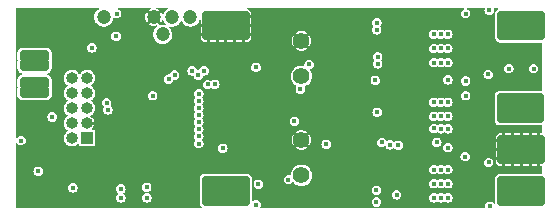
<source format=gbr>
%TF.GenerationSoftware,KiCad,Pcbnew,(6.0.5)*%
%TF.CreationDate,2022-09-11T00:02:45-04:00*%
%TF.ProjectId,GoldESC,476f6c64-4553-4432-9e6b-696361645f70,rev?*%
%TF.SameCoordinates,Original*%
%TF.FileFunction,Copper,L2,Inr*%
%TF.FilePolarity,Positive*%
%FSLAX46Y46*%
G04 Gerber Fmt 4.6, Leading zero omitted, Abs format (unit mm)*
G04 Created by KiCad (PCBNEW (6.0.5)) date 2022-09-11 00:02:45*
%MOMM*%
%LPD*%
G01*
G04 APERTURE LIST*
G04 Aperture macros list*
%AMRoundRect*
0 Rectangle with rounded corners*
0 $1 Rounding radius*
0 $2 $3 $4 $5 $6 $7 $8 $9 X,Y pos of 4 corners*
0 Add a 4 corners polygon primitive as box body*
4,1,4,$2,$3,$4,$5,$6,$7,$8,$9,$2,$3,0*
0 Add four circle primitives for the rounded corners*
1,1,$1+$1,$2,$3*
1,1,$1+$1,$4,$5*
1,1,$1+$1,$6,$7*
1,1,$1+$1,$8,$9*
0 Add four rect primitives between the rounded corners*
20,1,$1+$1,$2,$3,$4,$5,0*
20,1,$1+$1,$4,$5,$6,$7,0*
20,1,$1+$1,$6,$7,$8,$9,0*
20,1,$1+$1,$8,$9,$2,$3,0*%
G04 Aperture macros list end*
%TA.AperFunction,ComponentPad*%
%ADD10C,1.200000*%
%TD*%
%TA.AperFunction,ComponentPad*%
%ADD11R,1.000000X1.000000*%
%TD*%
%TA.AperFunction,ComponentPad*%
%ADD12RoundRect,0.250000X0.250000X-0.250000X0.250000X0.250000X-0.250000X0.250000X-0.250000X-0.250000X0*%
%TD*%
%TA.AperFunction,ComponentPad*%
%ADD13RoundRect,0.250000X-0.250000X0.250000X-0.250000X-0.250000X0.250000X-0.250000X0.250000X0.250000X0*%
%TD*%
%TA.AperFunction,ComponentPad*%
%ADD14RoundRect,0.250000X0.250000X0.250000X-0.250000X0.250000X-0.250000X-0.250000X0.250000X-0.250000X0*%
%TD*%
%TA.AperFunction,ComponentPad*%
%ADD15O,1.000000X1.000000*%
%TD*%
%TA.AperFunction,ComponentPad*%
%ADD16C,1.400000*%
%TD*%
%TA.AperFunction,ViaPad*%
%ADD17C,0.400000*%
%TD*%
G04 APERTURE END LIST*
D10*
%TO.N,Net-(R80-Pad1)*%
%TO.C,TP80*%
X-7350000Y6250000D03*
%TD*%
%TO.N,+3V3*%
%TO.C,TP83*%
X-12350000Y7700000D03*
%TD*%
%TO.N,SWCLK*%
%TO.C,TP81*%
X-6550000Y7700000D03*
%TD*%
D11*
%TO.N,Net-(J1-Pad1)*%
%TO.C,J1*%
X23750000Y7000000D03*
D12*
X21500000Y6250000D03*
D11*
X22250000Y7750000D03*
X22250000Y7000000D03*
X23000000Y7750000D03*
X22250000Y6250000D03*
X24500000Y7000000D03*
X23750000Y6250000D03*
D12*
X24500000Y6250000D03*
D11*
X23750000Y7750000D03*
X23000000Y7000000D03*
X23000000Y6250000D03*
D12*
X21500000Y7750000D03*
D11*
X21500000Y7000000D03*
D12*
X24500000Y7750000D03*
%TD*%
D11*
%TO.N,VDD*%
%TO.C,J40*%
X-1250000Y-7000000D03*
X-500000Y-7000000D03*
X-1250000Y-6250000D03*
X-2000000Y-6250000D03*
X-2750000Y-7750000D03*
X-2000000Y-7000000D03*
X-2000000Y-7750000D03*
X-1250000Y-7750000D03*
X-2750000Y-6250000D03*
D13*
X-500000Y-6250000D03*
X-500000Y-7750000D03*
X-3500000Y-7750000D03*
X-3500000Y-6250000D03*
D11*
X-2750000Y-7000000D03*
X-3500000Y-7000000D03*
%TD*%
D10*
%TO.N,GND*%
%TO.C,TP84*%
X-8100000Y7700000D03*
%TD*%
D11*
%TO.N,Net-(J2-Pad1)*%
%TO.C,J2*%
X22950000Y750000D03*
X22200000Y750000D03*
X23700000Y0D03*
X23700000Y-750000D03*
D12*
X21450000Y750000D03*
D11*
X24450000Y0D03*
D12*
X21450000Y-750000D03*
D11*
X22950000Y-750000D03*
X22200000Y-750000D03*
X22200000Y0D03*
X22950000Y0D03*
D12*
X24450000Y-750000D03*
X24450000Y750000D03*
D11*
X21450000Y0D03*
X23700000Y750000D03*
%TD*%
D10*
%TO.N,SWDIO*%
%TO.C,TP82*%
X-5000000Y7700000D03*
%TD*%
D14*
%TO.N,CAN_L*%
%TO.C,J30*%
X-17450000Y4400000D03*
X-18950000Y3650000D03*
D11*
X-18200000Y3650000D03*
D14*
X-18950000Y4400000D03*
X-17450000Y3650000D03*
D11*
X-18200000Y4400000D03*
D14*
%TO.N,CAN_H*%
X-17450000Y2150000D03*
D11*
X-18200000Y1400000D03*
D14*
X-18950000Y2150000D03*
D11*
X-18200000Y2150000D03*
D14*
X-18950000Y1400000D03*
X-17450000Y1400000D03*
%TD*%
D11*
%TO.N,+3V3*%
%TO.C,J81*%
X-13765000Y-2540000D03*
D15*
%TO.N,+5V*%
X-15035000Y-2540000D03*
%TO.N,GND*%
X-13765000Y-1270000D03*
%TO.N,LimitA*%
X-15035000Y-1270000D03*
%TO.N,QuadB_USBDM*%
X-13765000Y0D03*
%TO.N,LimitB*%
X-15035000Y0D03*
%TO.N,QuadA_USBDP*%
X-13765000Y1270000D03*
%TO.N,LimitC*%
X-15035000Y1270000D03*
%TO.N,SWDIO*%
X-13765000Y2540000D03*
%TO.N,SWCLK*%
X-15035000Y2540000D03*
%TD*%
D13*
%TO.N,GND*%
%TO.C,J41*%
X-500000Y6250000D03*
D11*
X-3500000Y7000000D03*
X-2750000Y6250000D03*
X-1250000Y7000000D03*
D13*
X-500000Y7750000D03*
D11*
X-2750000Y7750000D03*
X-2000000Y7750000D03*
D13*
X-3500000Y7750000D03*
D11*
X-2000000Y6250000D03*
X-2000000Y7000000D03*
X-2750000Y7000000D03*
X-1250000Y7750000D03*
X-1250000Y6250000D03*
X-500000Y7000000D03*
D13*
X-3500000Y6250000D03*
%TD*%
D11*
%TO.N,GND*%
%TO.C,J4*%
X22250000Y-4250000D03*
D13*
X24500000Y-2750000D03*
D11*
X23750000Y-2750000D03*
D13*
X21500000Y-4250000D03*
D11*
X21500000Y-3500000D03*
X23000000Y-4250000D03*
X23750000Y-3500000D03*
X22250000Y-3500000D03*
X23000000Y-2750000D03*
X24500000Y-3500000D03*
X23750000Y-4250000D03*
X22250000Y-2750000D03*
D13*
X24500000Y-4250000D03*
X21500000Y-2750000D03*
D11*
X23000000Y-3500000D03*
%TD*%
D12*
%TO.N,Net-(J3-Pad1)*%
%TO.C,J3*%
X21500000Y-6250000D03*
X21500000Y-7750000D03*
D11*
X23750000Y-6250000D03*
D12*
X24500000Y-6250000D03*
X24500000Y-7750000D03*
D11*
X23000000Y-7000000D03*
X24500000Y-7000000D03*
X22250000Y-6250000D03*
X21500000Y-7000000D03*
X23000000Y-7750000D03*
X22250000Y-7000000D03*
X22250000Y-7750000D03*
X23750000Y-7750000D03*
X23000000Y-6250000D03*
X23750000Y-7000000D03*
%TD*%
D16*
%TO.N,VDD*%
%TO.C,C40*%
X4400000Y-5691000D03*
%TO.N,GND*%
X4400000Y-2691000D03*
%TD*%
%TO.N,VDD*%
%TO.C,C41*%
X4400000Y2700000D03*
%TO.N,GND*%
X4400000Y5700000D03*
%TD*%
D17*
%TO.N,sCUR_A*%
X-4300000Y1200000D03*
X10783659Y7222338D03*
%TO.N,sCUR_B*%
X18300000Y1049700D03*
X-4300000Y-1800000D03*
%TO.N,sCUR_C*%
X20249380Y-4600000D03*
X-4300000Y-2400000D03*
%TO.N,sVLT_VDD*%
X-4300000Y0D03*
X5050000Y3699700D03*
%TO.N,Net-(C80-Pad1)*%
X-8200000Y1050000D03*
%TO.N,Net-(C88-Pad2)*%
X-12100000Y450000D03*
%TO.N,Net-(C89-Pad2)*%
X-12000000Y-150000D03*
%TO.N,sVLT_A*%
X10767165Y6623063D03*
X-4300000Y600000D03*
%TO.N,sVLT_B*%
X-4300000Y-1200000D03*
X10650000Y2350000D03*
%TO.N,sVLT_C*%
X-4300000Y-3000000D03*
X10750000Y-6950000D03*
%TO.N,QuadB_USBDM*%
X-3550000Y1999700D03*
%TO.N,QuadA_USBDP*%
X-2931439Y2018561D03*
%TO.N,Net-(Q1-Pad4)*%
X10850000Y3750000D03*
%TO.N,Net-(Q2-Pad4)*%
X12595878Y-3145878D03*
%TO.N,Net-(Q3-Pad4)*%
X12450000Y-7350000D03*
%TO.N,CAN_RX*%
X-6850000Y2450000D03*
%TO.N,Net-(R32-Pad1)*%
X-13350000Y5100000D03*
%TO.N,TEMP_FETS*%
X4300000Y1600300D03*
X-4300000Y-600000D03*
%TO.N,Net-(R80-Pad1)*%
X-6350000Y2800000D03*
%TO.N,Net-(R85-Pad2)*%
X-10900000Y-7600500D03*
%TO.N,CAN_TX*%
X-11250000Y8000000D03*
%TO.N,VDD*%
X10850000Y4350000D03*
X-17900000Y-5350000D03*
%TO.N,GND*%
X22550000Y4900000D03*
X24350000Y4900000D03*
X-99500Y1650300D03*
X-13450000Y-8000000D03*
X-11300000Y2800000D03*
X-15850000Y-4400000D03*
X-8200000Y-849700D03*
X23750000Y4900000D03*
X-7350000Y2800000D03*
X-11300000Y6750000D03*
X10750300Y-6350000D03*
X-16700000Y-8299500D03*
X5150000Y-7800000D03*
X20450000Y2300000D03*
X21950000Y2400000D03*
X14913025Y-3219754D03*
X21950000Y4300000D03*
X24350000Y4300000D03*
X23750000Y4300000D03*
X12700000Y2500000D03*
X23150000Y4300000D03*
X-17000000Y-1700000D03*
X-13050000Y-3500000D03*
X5600000Y2800000D03*
X18300000Y7400000D03*
X-449680Y3250320D03*
X10750000Y7825500D03*
X-19150000Y-7400000D03*
X22550000Y4300000D03*
X23150000Y4900000D03*
X4800000Y-1100000D03*
X-3350000Y-3100000D03*
X-19150000Y7600000D03*
%TO.N,+3V3*%
X-14950000Y-6750000D03*
%TO.N,Net-(C61-Pad1)*%
X-19350000Y-2750000D03*
%TO.N,+5V*%
X3800000Y-1100000D03*
X16800000Y-3350000D03*
X-16700000Y-750000D03*
X21950000Y3350000D03*
X10800000Y-350000D03*
X11900000Y-3100000D03*
X-11300000Y6100000D03*
X18300000Y8000000D03*
X16800000Y2400000D03*
X550000Y3450000D03*
%TO.N,/GE-Fets-A/SHx*%
X16200000Y5050000D03*
X16800000Y3850000D03*
X16200000Y6250000D03*
X16200000Y3850000D03*
X15600000Y5050000D03*
X15600000Y3850000D03*
X16800000Y6250000D03*
X16800000Y5050000D03*
X15600000Y6250000D03*
%TO.N,/GE-Fets-B/SHx*%
X15603887Y-1725500D03*
X15600000Y-700000D03*
X16200000Y-700000D03*
X16800000Y500000D03*
X15600000Y500000D03*
X16200000Y500000D03*
X16800000Y-1750000D03*
X16800000Y-700000D03*
X16200000Y-1750000D03*
%TO.N,/GE-Fets-B/GHx*%
X6500000Y-3050000D03*
X11203289Y-2904955D03*
%TO.N,/GE-Fets-C/SHx*%
X15600000Y-6400000D03*
X16200000Y-5200000D03*
X16800000Y-5200000D03*
X16200000Y-7600000D03*
X16800000Y-7600000D03*
X16200000Y-6400000D03*
X15600000Y-7600000D03*
X15600000Y-5200000D03*
X16800000Y-6400000D03*
%TO.N,Net-(Q4-Pad4)*%
X20200000Y2850000D03*
X10750000Y-7950300D03*
%TO.N,Net-(Q5-Pad4)*%
X3300000Y-6050000D03*
X15850000Y-2900000D03*
%TO.N,Net-(Q6-Pad4)*%
X20350000Y-8300000D03*
X-2250000Y-3400000D03*
%TO.N,LimitC*%
X-4850000Y3150000D03*
%TO.N,/GE-Fets-A/REF_1V65*%
X20300000Y8300000D03*
X24050000Y3350000D03*
X18250000Y-4100000D03*
X18300000Y2298780D03*
%TO.N,LimitB*%
X-4350000Y2800000D03*
%TO.N,LimitA*%
X-3850000Y3150000D03*
%TO.N,Net-(D83-Pad2)*%
X550000Y-8200000D03*
X-8703704Y-6699899D03*
%TO.N,Net-(D84-Pad2)*%
X750000Y-6450000D03*
X-8700000Y-7600500D03*
%TO.N,Net-(R84-Pad2)*%
X-10900000Y-6850000D03*
%TD*%
%TA.AperFunction,Conductor*%
%TO.N,GND*%
G36*
X-12754906Y8481194D02*
G01*
X-12736600Y8437000D01*
X-12754906Y8392806D01*
X-12766351Y8383767D01*
X-12780349Y8375155D01*
X-12845955Y8334794D01*
X-12974268Y8209141D01*
X-12976158Y8206208D01*
X-12976159Y8206207D01*
X-13069315Y8061658D01*
X-13071554Y8058183D01*
X-13082456Y8028231D01*
X-13124183Y7913585D01*
X-13132978Y7889422D01*
X-13155486Y7711247D01*
X-13155145Y7707770D01*
X-13139809Y7551366D01*
X-13137961Y7532514D01*
X-13136859Y7529202D01*
X-13136859Y7529201D01*
X-13083629Y7369185D01*
X-13081274Y7362104D01*
X-13079464Y7359115D01*
X-13079462Y7359111D01*
X-13039495Y7293119D01*
X-12988241Y7208488D01*
X-12863486Y7079301D01*
X-12713211Y6980964D01*
X-12544884Y6918364D01*
X-12541429Y6917903D01*
X-12541425Y6917902D01*
X-12422319Y6902010D01*
X-12366870Y6894612D01*
X-12363397Y6894928D01*
X-12363394Y6894928D01*
X-12277444Y6902750D01*
X-12188019Y6910888D01*
X-12017218Y6966385D01*
X-11940087Y7012364D01*
X-11865958Y7056553D01*
X-11865955Y7056555D01*
X-11862956Y7058343D01*
X-11776306Y7140859D01*
X-11735430Y7179784D01*
X-11735427Y7179787D01*
X-11732901Y7182193D01*
X-11633517Y7331778D01*
X-11569743Y7499664D01*
X-11553903Y7612372D01*
X-11529624Y7653589D01*
X-11483313Y7665566D01*
X-11463638Y7659363D01*
X-11411606Y7632851D01*
X-11379686Y7616587D01*
X-11375304Y7614354D01*
X-11250000Y7594508D01*
X-11124696Y7614354D01*
X-11011658Y7671950D01*
X-10976870Y7706738D01*
X-8831188Y7706738D01*
X-8815954Y7551366D01*
X-8814511Y7544579D01*
X-8765234Y7396447D01*
X-8762318Y7390136D01*
X-8703562Y7293119D01*
X-8695892Y7287485D01*
X-8691438Y7288167D01*
X-8288395Y7691210D01*
X-8284754Y7700000D01*
X-8288395Y7708790D01*
X-8687570Y8107965D01*
X-8696360Y8111606D01*
X-8700887Y8109731D01*
X-8753411Y8028231D01*
X-8756497Y8022014D01*
X-8809892Y7875314D01*
X-8811525Y7868561D01*
X-8831091Y7713683D01*
X-8831188Y7706738D01*
X-10976870Y7706738D01*
X-10921950Y7761658D01*
X-10864354Y7874696D01*
X-10844508Y8000000D01*
X-10864354Y8125304D01*
X-10921950Y8238342D01*
X-11011658Y8328050D01*
X-11116190Y8381312D01*
X-11147256Y8417687D01*
X-11143503Y8465375D01*
X-11107128Y8496441D01*
X-11087815Y8499500D01*
X-8385045Y8499500D01*
X-8340851Y8481194D01*
X-8322545Y8437000D01*
X-8340851Y8392806D01*
X-8364903Y8377834D01*
X-8408194Y8363096D01*
X-8414476Y8360140D01*
X-8506697Y8303406D01*
X-8512277Y8295697D01*
X-8511549Y8291154D01*
X-8108790Y7888395D01*
X-8100000Y7884754D01*
X-8091210Y7888395D01*
X-7691884Y8287721D01*
X-7688243Y8296511D01*
X-7690080Y8300944D01*
X-7776330Y8355681D01*
X-7782583Y8358731D01*
X-7837037Y8378121D01*
X-7872529Y8410191D01*
X-7874950Y8457966D01*
X-7842880Y8493458D01*
X-7816071Y8499500D01*
X-6999100Y8499500D01*
X-6954906Y8481194D01*
X-6936600Y8437000D01*
X-6954906Y8392806D01*
X-6966351Y8383767D01*
X-6980349Y8375155D01*
X-7045955Y8334794D01*
X-7174268Y8209141D01*
X-7176158Y8206208D01*
X-7176159Y8206207D01*
X-7269315Y8061658D01*
X-7271554Y8058183D01*
X-7272747Y8054905D01*
X-7305205Y7965728D01*
X-7337523Y7930461D01*
X-7385313Y7928374D01*
X-7420580Y7960692D01*
X-7422960Y7966552D01*
X-7439069Y8012812D01*
X-7442071Y8019078D01*
X-7496723Y8106538D01*
X-7504471Y8112065D01*
X-7509105Y8111290D01*
X-7911605Y7708790D01*
X-7915246Y7700000D01*
X-7911605Y7691210D01*
X-7512653Y7292258D01*
X-7503863Y7288617D01*
X-7499143Y7290573D01*
X-7451239Y7362673D01*
X-7448058Y7368862D01*
X-7422667Y7435703D01*
X-7389861Y7470517D01*
X-7342047Y7471935D01*
X-7307233Y7439129D01*
X-7304936Y7433236D01*
X-7283629Y7369185D01*
X-7281274Y7362104D01*
X-7279464Y7359115D01*
X-7279462Y7359111D01*
X-7239495Y7293119D01*
X-7188241Y7208488D01*
X-7185815Y7205976D01*
X-7122932Y7140859D01*
X-7105401Y7096352D01*
X-7124475Y7052484D01*
X-7168982Y7034953D01*
X-7175291Y7035383D01*
X-7340909Y7055132D01*
X-7340913Y7055132D01*
X-7344376Y7055545D01*
X-7446652Y7044796D01*
X-7519513Y7037138D01*
X-7519516Y7037137D01*
X-7522983Y7036773D01*
X-7526287Y7035648D01*
X-7526288Y7035648D01*
X-7619555Y7003898D01*
X-7667290Y7006985D01*
X-7698862Y7042923D01*
X-7695775Y7090658D01*
X-7689807Y7100415D01*
X-7687220Y7103886D01*
X-7687857Y7108252D01*
X-8091210Y7511605D01*
X-8100000Y7515246D01*
X-8108790Y7511605D01*
X-8507841Y7112554D01*
X-8511482Y7103764D01*
X-8509567Y7099141D01*
X-8432780Y7048894D01*
X-8426592Y7045768D01*
X-8280261Y6991349D01*
X-8273531Y6989670D01*
X-8118781Y6969022D01*
X-8111845Y6968876D01*
X-7956368Y6983027D01*
X-7949570Y6984422D01*
X-7885257Y7005319D01*
X-7837569Y7001566D01*
X-7806502Y6965192D01*
X-7810255Y6917504D01*
X-7833193Y6892646D01*
X-7842029Y6887209D01*
X-7845955Y6884794D01*
X-7974268Y6759141D01*
X-7976158Y6756208D01*
X-7976159Y6756207D01*
X-8065093Y6618208D01*
X-8071554Y6608183D01*
X-8083787Y6574573D01*
X-8116766Y6483963D01*
X-8132978Y6439422D01*
X-8155486Y6261247D01*
X-8155145Y6257770D01*
X-8139199Y6095145D01*
X-8137961Y6082514D01*
X-8136859Y6079202D01*
X-8136859Y6079201D01*
X-8084549Y5921950D01*
X-8081274Y5912104D01*
X-8079464Y5909115D01*
X-8079462Y5909111D01*
X-8033723Y5833588D01*
X-7988241Y5758488D01*
X-7863486Y5629301D01*
X-7860567Y5627391D01*
X-7860566Y5627390D01*
X-7853859Y5623001D01*
X-7713211Y5530964D01*
X-7544884Y5468364D01*
X-7541429Y5467903D01*
X-7541425Y5467902D01*
X-7442649Y5454723D01*
X-7366870Y5444612D01*
X-7363397Y5444928D01*
X-7363394Y5444928D01*
X-7277445Y5452750D01*
X-7188019Y5460888D01*
X-7017218Y5516385D01*
X-6940087Y5562364D01*
X-6865958Y5606553D01*
X-6865955Y5606555D01*
X-6862956Y5608343D01*
X-6775937Y5691210D01*
X-6735430Y5729784D01*
X-6735427Y5729787D01*
X-6732901Y5732193D01*
X-6633517Y5881778D01*
X-6601316Y5966547D01*
X-4126999Y5966547D01*
X-4126667Y5962015D01*
X-4116799Y5894972D01*
X-4113952Y5885808D01*
X-4063053Y5782139D01*
X-4057125Y5773858D01*
X-3975607Y5692482D01*
X-3967312Y5686566D01*
X-3863554Y5635848D01*
X-3854390Y5633016D01*
X-3787979Y5623328D01*
X-3783466Y5623000D01*
X-3639431Y5623000D01*
X-3630641Y5626641D01*
X-3627000Y5635431D01*
X-3627000Y5635432D01*
X-3373000Y5635432D01*
X-3369359Y5626642D01*
X-3360569Y5623001D01*
X-3262518Y5623001D01*
X-3262498Y5623000D01*
X-2889431Y5623000D01*
X-2880641Y5626641D01*
X-2877000Y5635431D01*
X-2623000Y5635431D01*
X-2619359Y5626641D01*
X-2610569Y5623000D01*
X-2139431Y5623000D01*
X-2130641Y5626641D01*
X-2127000Y5635431D01*
X-1873000Y5635431D01*
X-1869359Y5626641D01*
X-1860569Y5623000D01*
X-1389431Y5623000D01*
X-1380641Y5626641D01*
X-1377000Y5635431D01*
X-1123000Y5635431D01*
X-1119359Y5626641D01*
X-1110569Y5623000D01*
X-639431Y5623000D01*
X-630641Y5626641D01*
X-627000Y5635431D01*
X-627000Y5635432D01*
X-373000Y5635432D01*
X-369359Y5626642D01*
X-360569Y5623001D01*
X-216547Y5623001D01*
X-212015Y5623333D01*
X-144972Y5633201D01*
X-135808Y5636048D01*
X-32139Y5686947D01*
X-23858Y5692875D01*
X-19994Y5696746D01*
X3568787Y5696746D01*
X3586274Y5530366D01*
X3587628Y5523995D01*
X3639326Y5364889D01*
X3641973Y5358942D01*
X3724101Y5216692D01*
X3728722Y5214487D01*
X3738719Y5218324D01*
X4211605Y5691210D01*
X4215246Y5700000D01*
X4584754Y5700000D01*
X4588395Y5691210D01*
X5061886Y5217719D01*
X5069784Y5214448D01*
X5076271Y5217336D01*
X5158027Y5358942D01*
X5160674Y5364889D01*
X5212372Y5523995D01*
X5213726Y5530366D01*
X5231213Y5696746D01*
X5231213Y5703254D01*
X5213726Y5869634D01*
X5212372Y5876005D01*
X5160674Y6035111D01*
X5158027Y6041058D01*
X5075899Y6183308D01*
X5071278Y6185513D01*
X5061281Y6181676D01*
X4588395Y5708790D01*
X4584754Y5700000D01*
X4215246Y5700000D01*
X4211605Y5708790D01*
X3738114Y6182281D01*
X3730216Y6185552D01*
X3723729Y6182664D01*
X3641973Y6041058D01*
X3639326Y6035111D01*
X3587628Y5876005D01*
X3586274Y5869634D01*
X3568787Y5703254D01*
X3568787Y5696746D01*
X-19994Y5696746D01*
X57518Y5774393D01*
X63434Y5782688D01*
X114152Y5886446D01*
X116984Y5895610D01*
X126672Y5962021D01*
X127000Y5966534D01*
X127000Y6110569D01*
X123359Y6119359D01*
X114569Y6123000D01*
X-360569Y6123000D01*
X-369359Y6119359D01*
X-373000Y6110569D01*
X-373000Y5635432D01*
X-627000Y5635432D01*
X-627000Y6110569D01*
X-630641Y6119359D01*
X-639431Y6123000D01*
X-1110569Y6123000D01*
X-1119359Y6119359D01*
X-1123000Y6110569D01*
X-1123000Y5635431D01*
X-1377000Y5635431D01*
X-1377000Y6110569D01*
X-1380641Y6119359D01*
X-1389431Y6123000D01*
X-1860569Y6123000D01*
X-1869359Y6119359D01*
X-1873000Y6110569D01*
X-1873000Y5635431D01*
X-2127000Y5635431D01*
X-2127000Y6110569D01*
X-2130641Y6119359D01*
X-2139431Y6123000D01*
X-2610569Y6123000D01*
X-2619359Y6119359D01*
X-2623000Y6110569D01*
X-2623000Y5635431D01*
X-2877000Y5635431D01*
X-2877000Y6110569D01*
X-2880641Y6119359D01*
X-2889431Y6123000D01*
X-3360569Y6123000D01*
X-3369359Y6119359D01*
X-3373000Y6110569D01*
X-3373000Y5635432D01*
X-3627000Y5635432D01*
X-3627000Y6110569D01*
X-3630641Y6119359D01*
X-3639431Y6123000D01*
X-4114568Y6123000D01*
X-4123358Y6119359D01*
X-4126999Y6110569D01*
X-4126999Y5966547D01*
X-6601316Y5966547D01*
X-6569743Y6049664D01*
X-6545741Y6220447D01*
X-6545022Y6225563D01*
X-6545022Y6225566D01*
X-6544749Y6227507D01*
X-6544435Y6250000D01*
X-6544979Y6254855D01*
X-6557541Y6366840D01*
X3917045Y6366840D01*
X3918397Y6361208D01*
X4391210Y5888395D01*
X4400000Y5884754D01*
X4408790Y5888395D01*
X4879251Y6358856D01*
X4882892Y6367646D01*
X4880675Y6372998D01*
X4818423Y6418226D01*
X4812790Y6421478D01*
X4659954Y6489525D01*
X4653761Y6491537D01*
X4490122Y6526320D01*
X4483650Y6527000D01*
X4316350Y6527000D01*
X4309878Y6526320D01*
X4146239Y6491537D01*
X4140046Y6489525D01*
X3987213Y6421479D01*
X3981574Y6418223D01*
X3922017Y6374953D01*
X3917045Y6366840D01*
X-6557541Y6366840D01*
X-6560075Y6389431D01*
X-4127000Y6389431D01*
X-4123359Y6380641D01*
X-4114569Y6377000D01*
X-3639431Y6377000D01*
X-3630641Y6380641D01*
X-3627000Y6389431D01*
X-3373000Y6389431D01*
X-3369359Y6380641D01*
X-3360569Y6377000D01*
X-2889431Y6377000D01*
X-2880641Y6380641D01*
X-2877000Y6389431D01*
X-2623000Y6389431D01*
X-2619359Y6380641D01*
X-2610569Y6377000D01*
X-2139431Y6377000D01*
X-2130641Y6380641D01*
X-2127000Y6389431D01*
X-1873000Y6389431D01*
X-1869359Y6380641D01*
X-1860569Y6377000D01*
X-1389431Y6377000D01*
X-1380641Y6380641D01*
X-1377000Y6389431D01*
X-1123000Y6389431D01*
X-1119359Y6380641D01*
X-1110569Y6377000D01*
X-639431Y6377000D01*
X-630641Y6380641D01*
X-627000Y6389431D01*
X-373000Y6389431D01*
X-369359Y6380641D01*
X-360569Y6377000D01*
X114568Y6377000D01*
X123358Y6380641D01*
X126999Y6389431D01*
X126999Y6487482D01*
X127000Y6487502D01*
X127000Y6623063D01*
X10361673Y6623063D01*
X10381519Y6497759D01*
X10439115Y6384721D01*
X10528823Y6295013D01*
X10641861Y6237417D01*
X10767165Y6217571D01*
X10892469Y6237417D01*
X10917164Y6250000D01*
X15194508Y6250000D01*
X15214354Y6124696D01*
X15271950Y6011658D01*
X15361658Y5921950D01*
X15474696Y5864354D01*
X15600000Y5844508D01*
X15725304Y5864354D01*
X15838342Y5921950D01*
X15855806Y5939414D01*
X15900000Y5957720D01*
X15944194Y5939414D01*
X15961658Y5921950D01*
X16074696Y5864354D01*
X16200000Y5844508D01*
X16325304Y5864354D01*
X16438342Y5921950D01*
X16455806Y5939414D01*
X16500000Y5957720D01*
X16544194Y5939414D01*
X16561658Y5921950D01*
X16674696Y5864354D01*
X16800000Y5844508D01*
X16925304Y5864354D01*
X17038342Y5921950D01*
X17128050Y6011658D01*
X17185646Y6124696D01*
X17205492Y6250000D01*
X17185646Y6375304D01*
X17128050Y6488342D01*
X17038342Y6578050D01*
X16925304Y6635646D01*
X16800000Y6655492D01*
X16674696Y6635646D01*
X16561658Y6578050D01*
X16544194Y6560586D01*
X16500000Y6542280D01*
X16455806Y6560586D01*
X16438342Y6578050D01*
X16325304Y6635646D01*
X16200000Y6655492D01*
X16074696Y6635646D01*
X15961658Y6578050D01*
X15944194Y6560586D01*
X15900000Y6542280D01*
X15855806Y6560586D01*
X15838342Y6578050D01*
X15725304Y6635646D01*
X15600000Y6655492D01*
X15474696Y6635646D01*
X15361658Y6578050D01*
X15271950Y6488342D01*
X15214354Y6375304D01*
X15194508Y6250000D01*
X10917164Y6250000D01*
X11005507Y6295013D01*
X11095215Y6384721D01*
X11152811Y6497759D01*
X11172657Y6623063D01*
X11152811Y6748367D01*
X11121550Y6809720D01*
X11097447Y6857025D01*
X11097446Y6857026D01*
X11095215Y6861405D01*
X11091738Y6864882D01*
X11091737Y6864884D01*
X11086361Y6870260D01*
X11068055Y6914454D01*
X11086361Y6958648D01*
X11111709Y6983996D01*
X11169305Y7097034D01*
X11189151Y7222338D01*
X11169305Y7347642D01*
X11111709Y7460680D01*
X11022001Y7550388D01*
X10908963Y7607984D01*
X10783659Y7627830D01*
X10658355Y7607984D01*
X10545317Y7550388D01*
X10455609Y7460680D01*
X10398013Y7347642D01*
X10378167Y7222338D01*
X10398013Y7097034D01*
X10455609Y6983996D01*
X10459084Y6980521D01*
X10459087Y6980517D01*
X10464463Y6975141D01*
X10482769Y6930947D01*
X10464463Y6886753D01*
X10439115Y6861405D01*
X10381519Y6748367D01*
X10361673Y6623063D01*
X127000Y6623063D01*
X127000Y6860569D01*
X123359Y6869359D01*
X114569Y6873000D01*
X-360569Y6873000D01*
X-369359Y6869359D01*
X-373000Y6860569D01*
X-373000Y6389431D01*
X-627000Y6389431D01*
X-627000Y6860569D01*
X-630641Y6869359D01*
X-639431Y6873000D01*
X-1110569Y6873000D01*
X-1119359Y6869359D01*
X-1123000Y6860569D01*
X-1123000Y6389431D01*
X-1377000Y6389431D01*
X-1377000Y6860569D01*
X-1380641Y6869359D01*
X-1389431Y6873000D01*
X-1860569Y6873000D01*
X-1869359Y6869359D01*
X-1873000Y6860569D01*
X-1873000Y6389431D01*
X-2127000Y6389431D01*
X-2127000Y6860569D01*
X-2130641Y6869359D01*
X-2139431Y6873000D01*
X-2610569Y6873000D01*
X-2619359Y6869359D01*
X-2623000Y6860569D01*
X-2623000Y6389431D01*
X-2877000Y6389431D01*
X-2877000Y6860569D01*
X-2880641Y6869359D01*
X-2889431Y6873000D01*
X-3360569Y6873000D01*
X-3369359Y6869359D01*
X-3373000Y6860569D01*
X-3373000Y6389431D01*
X-3627000Y6389431D01*
X-3627000Y6860569D01*
X-3630641Y6869359D01*
X-3639431Y6873000D01*
X-4114569Y6873000D01*
X-4123359Y6869359D01*
X-4127000Y6860569D01*
X-4127000Y6389431D01*
X-6560075Y6389431D01*
X-6564064Y6424995D01*
X-6564454Y6428472D01*
X-6565602Y6431769D01*
X-6565603Y6431773D01*
X-6610461Y6560586D01*
X-6623515Y6598073D01*
X-6636097Y6618208D01*
X-6716831Y6747410D01*
X-6716832Y6747412D01*
X-6718684Y6750375D01*
X-6721144Y6752852D01*
X-6721147Y6752856D01*
X-6752302Y6784229D01*
X-6777617Y6809721D01*
X-6795769Y6853978D01*
X-6777309Y6898108D01*
X-6733051Y6916260D01*
X-6725003Y6915711D01*
X-6630604Y6903116D01*
X-6566870Y6894612D01*
X-6563397Y6894928D01*
X-6563394Y6894928D01*
X-6477444Y6902750D01*
X-6388019Y6910888D01*
X-6217218Y6966385D01*
X-6140087Y7012364D01*
X-6065958Y7056553D01*
X-6065955Y7056555D01*
X-6062956Y7058343D01*
X-5976306Y7140859D01*
X-5935430Y7179784D01*
X-5935427Y7179787D01*
X-5932901Y7182193D01*
X-5833517Y7331778D01*
X-5832276Y7335044D01*
X-5830679Y7338152D01*
X-5829527Y7337560D01*
X-5799725Y7369185D01*
X-5751911Y7370604D01*
X-5720646Y7344555D01*
X-5638241Y7208488D01*
X-5513486Y7079301D01*
X-5363211Y6980964D01*
X-5194884Y6918364D01*
X-5191429Y6917903D01*
X-5191425Y6917902D01*
X-5072319Y6902010D01*
X-5016870Y6894612D01*
X-5013397Y6894928D01*
X-5013394Y6894928D01*
X-4927444Y6902750D01*
X-4838019Y6910888D01*
X-4667218Y6966385D01*
X-4590087Y7012364D01*
X-4515958Y7056553D01*
X-4515955Y7056555D01*
X-4512956Y7058343D01*
X-4426306Y7140859D01*
X-4385430Y7179784D01*
X-4385427Y7179787D01*
X-4382901Y7182193D01*
X-4283517Y7331778D01*
X-4247927Y7425469D01*
X-4215120Y7460283D01*
X-4167306Y7461702D01*
X-4132492Y7428895D01*
X-4127000Y7403275D01*
X-4127000Y7139431D01*
X-4123359Y7130641D01*
X-4114569Y7127000D01*
X-3639431Y7127000D01*
X-3630641Y7130641D01*
X-3627000Y7139431D01*
X-3373000Y7139431D01*
X-3369359Y7130641D01*
X-3360569Y7127000D01*
X-2889431Y7127000D01*
X-2880641Y7130641D01*
X-2877000Y7139431D01*
X-2623000Y7139431D01*
X-2619359Y7130641D01*
X-2610569Y7127000D01*
X-2139431Y7127000D01*
X-2130641Y7130641D01*
X-2127000Y7139431D01*
X-1873000Y7139431D01*
X-1869359Y7130641D01*
X-1860569Y7127000D01*
X-1389431Y7127000D01*
X-1380641Y7130641D01*
X-1377000Y7139431D01*
X-1123000Y7139431D01*
X-1119359Y7130641D01*
X-1110569Y7127000D01*
X-639431Y7127000D01*
X-630641Y7130641D01*
X-627000Y7139431D01*
X-373000Y7139431D01*
X-369359Y7130641D01*
X-360569Y7127000D01*
X114569Y7127000D01*
X123359Y7130641D01*
X127000Y7139431D01*
X127000Y7610569D01*
X123359Y7619359D01*
X114569Y7623000D01*
X-360569Y7623000D01*
X-369359Y7619359D01*
X-373000Y7610569D01*
X-373000Y7139431D01*
X-627000Y7139431D01*
X-627000Y7610569D01*
X-630641Y7619359D01*
X-639431Y7623000D01*
X-1110569Y7623000D01*
X-1119359Y7619359D01*
X-1123000Y7610569D01*
X-1123000Y7139431D01*
X-1377000Y7139431D01*
X-1377000Y7610569D01*
X-1380641Y7619359D01*
X-1389431Y7623000D01*
X-1860569Y7623000D01*
X-1869359Y7619359D01*
X-1873000Y7610569D01*
X-1873000Y7139431D01*
X-2127000Y7139431D01*
X-2127000Y7610569D01*
X-2130641Y7619359D01*
X-2139431Y7623000D01*
X-2610569Y7623000D01*
X-2619359Y7619359D01*
X-2623000Y7610569D01*
X-2623000Y7139431D01*
X-2877000Y7139431D01*
X-2877000Y7610569D01*
X-2880641Y7619359D01*
X-2889431Y7623000D01*
X-3360569Y7623000D01*
X-3369359Y7619359D01*
X-3373000Y7610569D01*
X-3373000Y7139431D01*
X-3627000Y7139431D01*
X-3627000Y7814500D01*
X-3608694Y7858694D01*
X-3564500Y7877000D01*
X114568Y7877000D01*
X123358Y7880641D01*
X126999Y7889431D01*
X126999Y8033453D01*
X126667Y8037985D01*
X116799Y8105028D01*
X113952Y8114192D01*
X63053Y8217861D01*
X57125Y8226142D01*
X-24393Y8307518D01*
X-32688Y8313434D01*
X-136446Y8364152D01*
X-145610Y8366984D01*
X-201620Y8375155D01*
X-242709Y8399649D01*
X-254443Y8446022D01*
X-229949Y8487111D01*
X-192598Y8499500D01*
X18137815Y8499500D01*
X18182009Y8481194D01*
X18200315Y8437000D01*
X18182009Y8392806D01*
X18166190Y8381312D01*
X18061658Y8328050D01*
X17971950Y8238342D01*
X17914354Y8125304D01*
X17894508Y8000000D01*
X17914354Y7874696D01*
X17971950Y7761658D01*
X18061658Y7671950D01*
X18174696Y7614354D01*
X18300000Y7594508D01*
X18425304Y7614354D01*
X18538342Y7671950D01*
X18628050Y7761658D01*
X18685646Y7874696D01*
X18705492Y8000000D01*
X18685646Y8125304D01*
X18628050Y8238342D01*
X18538342Y8328050D01*
X18433810Y8381312D01*
X18402744Y8417687D01*
X18406497Y8465375D01*
X18442872Y8496441D01*
X18462185Y8499500D01*
X19853247Y8499500D01*
X19897441Y8481194D01*
X19915747Y8437000D01*
X19913905Y8425375D01*
X19914354Y8425304D01*
X19894508Y8300000D01*
X19914354Y8174696D01*
X19971950Y8061658D01*
X20061658Y7971950D01*
X20174696Y7914354D01*
X20300000Y7894508D01*
X20425304Y7914354D01*
X20538342Y7971950D01*
X20628050Y8061658D01*
X20685646Y8174696D01*
X20705492Y8300000D01*
X20685646Y8425304D01*
X20687943Y8425668D01*
X20691059Y8465362D01*
X20727426Y8496437D01*
X20746753Y8499500D01*
X20978147Y8499500D01*
X21022341Y8481194D01*
X21040647Y8437000D01*
X21022341Y8392806D01*
X21015281Y8386728D01*
X20927850Y8322150D01*
X20847366Y8213184D01*
X20845818Y8208776D01*
X20845817Y8208774D01*
X20839886Y8191884D01*
X20802481Y8085369D01*
X20802123Y8081578D01*
X20800189Y8061119D01*
X20799500Y8053834D01*
X20799500Y5946166D01*
X20802481Y5914631D01*
X20847366Y5786816D01*
X20927850Y5677850D01*
X21036816Y5597366D01*
X21041224Y5595818D01*
X21041226Y5595817D01*
X21110824Y5571377D01*
X21164631Y5552481D01*
X21181058Y5550928D01*
X21194702Y5549638D01*
X21194710Y5549638D01*
X21196166Y5549500D01*
X24737000Y5549500D01*
X24781194Y5531194D01*
X24799500Y5487000D01*
X24799500Y1513000D01*
X24781194Y1468806D01*
X24737000Y1450500D01*
X21146166Y1450500D01*
X21144710Y1450362D01*
X21144702Y1450362D01*
X21131058Y1449072D01*
X21114631Y1447519D01*
X21079967Y1435346D01*
X20991226Y1404183D01*
X20991224Y1404182D01*
X20986816Y1402634D01*
X20877850Y1322150D01*
X20797366Y1213184D01*
X20795818Y1208776D01*
X20795817Y1208774D01*
X20771377Y1139176D01*
X20752481Y1085369D01*
X20749500Y1053834D01*
X20749500Y-1053834D01*
X20752481Y-1085369D01*
X20757619Y-1100000D01*
X20794668Y-1205500D01*
X20797366Y-1213184D01*
X20877850Y-1322150D01*
X20986816Y-1402634D01*
X20991224Y-1404182D01*
X20991226Y-1404183D01*
X21056970Y-1427270D01*
X21114631Y-1447519D01*
X21131058Y-1449072D01*
X21144702Y-1450362D01*
X21144710Y-1450362D01*
X21146166Y-1450500D01*
X24737000Y-1450500D01*
X24781194Y-1468806D01*
X24799500Y-1513000D01*
X24799500Y-2060500D01*
X24781194Y-2104694D01*
X24737000Y-2123000D01*
X24639431Y-2123000D01*
X24630641Y-2126641D01*
X24627000Y-2135431D01*
X24627000Y-4864568D01*
X24630641Y-4873358D01*
X24639431Y-4876999D01*
X24737000Y-4876999D01*
X24781194Y-4895305D01*
X24799500Y-4939499D01*
X24799500Y-5487000D01*
X24781194Y-5531194D01*
X24737000Y-5549500D01*
X21196166Y-5549500D01*
X21194710Y-5549638D01*
X21194702Y-5549638D01*
X21181058Y-5550928D01*
X21164631Y-5552481D01*
X21110824Y-5571377D01*
X21041226Y-5595817D01*
X21041224Y-5595818D01*
X21036816Y-5597366D01*
X20927850Y-5677850D01*
X20847366Y-5786816D01*
X20802481Y-5914631D01*
X20799500Y-5946166D01*
X20799500Y-8039685D01*
X20781194Y-8083879D01*
X20737000Y-8102185D01*
X20692806Y-8083879D01*
X20681312Y-8068060D01*
X20680281Y-8066037D01*
X20678050Y-8061658D01*
X20588342Y-7971950D01*
X20475304Y-7914354D01*
X20350000Y-7894508D01*
X20224696Y-7914354D01*
X20111658Y-7971950D01*
X20021950Y-8061658D01*
X19964354Y-8174696D01*
X19944508Y-8300000D01*
X19958244Y-8386727D01*
X19964354Y-8425304D01*
X19962057Y-8425668D01*
X19958941Y-8465362D01*
X19922574Y-8496437D01*
X19903247Y-8499500D01*
X948880Y-8499500D01*
X904686Y-8481194D01*
X886380Y-8437000D01*
X893192Y-8408626D01*
X933413Y-8329688D01*
X933414Y-8329684D01*
X935646Y-8325304D01*
X955492Y-8200000D01*
X935646Y-8074696D01*
X878050Y-7961658D01*
X866692Y-7950300D01*
X10344508Y-7950300D01*
X10364354Y-8075604D01*
X10421950Y-8188642D01*
X10511658Y-8278350D01*
X10624696Y-8335946D01*
X10750000Y-8355792D01*
X10875304Y-8335946D01*
X10988342Y-8278350D01*
X11078050Y-8188642D01*
X11135646Y-8075604D01*
X11155492Y-7950300D01*
X11135646Y-7824996D01*
X11078050Y-7711958D01*
X10988342Y-7622250D01*
X10875304Y-7564654D01*
X10750000Y-7544808D01*
X10624696Y-7564654D01*
X10511658Y-7622250D01*
X10421950Y-7711958D01*
X10364354Y-7824996D01*
X10344508Y-7950300D01*
X866692Y-7950300D01*
X788342Y-7871950D01*
X675304Y-7814354D01*
X550000Y-7794508D01*
X424696Y-7814354D01*
X311658Y-7871950D01*
X307194Y-7876414D01*
X306330Y-7876772D01*
X304202Y-7878318D01*
X303831Y-7877807D01*
X263000Y-7894720D01*
X218806Y-7876414D01*
X200500Y-7832220D01*
X200500Y-6950000D01*
X10344508Y-6950000D01*
X10364354Y-7075304D01*
X10421950Y-7188342D01*
X10511658Y-7278050D01*
X10624696Y-7335646D01*
X10750000Y-7355492D01*
X10784675Y-7350000D01*
X12044508Y-7350000D01*
X12064354Y-7475304D01*
X12121950Y-7588342D01*
X12211658Y-7678050D01*
X12324696Y-7735646D01*
X12450000Y-7755492D01*
X12575304Y-7735646D01*
X12688342Y-7678050D01*
X12766392Y-7600000D01*
X15194508Y-7600000D01*
X15214354Y-7725304D01*
X15271950Y-7838342D01*
X15361658Y-7928050D01*
X15474696Y-7985646D01*
X15600000Y-8005492D01*
X15725304Y-7985646D01*
X15838342Y-7928050D01*
X15855806Y-7910586D01*
X15900000Y-7892280D01*
X15944194Y-7910586D01*
X15961658Y-7928050D01*
X16074696Y-7985646D01*
X16200000Y-8005492D01*
X16325304Y-7985646D01*
X16438342Y-7928050D01*
X16455806Y-7910586D01*
X16500000Y-7892280D01*
X16544194Y-7910586D01*
X16561658Y-7928050D01*
X16674696Y-7985646D01*
X16800000Y-8005492D01*
X16925304Y-7985646D01*
X17038342Y-7928050D01*
X17128050Y-7838342D01*
X17185646Y-7725304D01*
X17205492Y-7600000D01*
X17185646Y-7474696D01*
X17128050Y-7361658D01*
X17038342Y-7271950D01*
X16925304Y-7214354D01*
X16800000Y-7194508D01*
X16674696Y-7214354D01*
X16561658Y-7271950D01*
X16544194Y-7289414D01*
X16500000Y-7307720D01*
X16455806Y-7289414D01*
X16438342Y-7271950D01*
X16325304Y-7214354D01*
X16200000Y-7194508D01*
X16074696Y-7214354D01*
X15961658Y-7271950D01*
X15944194Y-7289414D01*
X15900000Y-7307720D01*
X15855806Y-7289414D01*
X15838342Y-7271950D01*
X15725304Y-7214354D01*
X15600000Y-7194508D01*
X15474696Y-7214354D01*
X15361658Y-7271950D01*
X15271950Y-7361658D01*
X15214354Y-7474696D01*
X15194508Y-7600000D01*
X12766392Y-7600000D01*
X12778050Y-7588342D01*
X12835646Y-7475304D01*
X12855492Y-7350000D01*
X12835646Y-7224696D01*
X12778050Y-7111658D01*
X12688342Y-7021950D01*
X12575304Y-6964354D01*
X12450000Y-6944508D01*
X12324696Y-6964354D01*
X12211658Y-7021950D01*
X12121950Y-7111658D01*
X12064354Y-7224696D01*
X12044508Y-7350000D01*
X10784675Y-7350000D01*
X10875304Y-7335646D01*
X10988342Y-7278050D01*
X11078050Y-7188342D01*
X11135646Y-7075304D01*
X11155492Y-6950000D01*
X11135646Y-6824696D01*
X11078050Y-6711658D01*
X10988342Y-6621950D01*
X10875304Y-6564354D01*
X10750000Y-6544508D01*
X10624696Y-6564354D01*
X10511658Y-6621950D01*
X10421950Y-6711658D01*
X10364354Y-6824696D01*
X10344508Y-6950000D01*
X200500Y-6950000D01*
X200500Y-6450000D01*
X344508Y-6450000D01*
X364354Y-6575304D01*
X421950Y-6688342D01*
X511658Y-6778050D01*
X624696Y-6835646D01*
X750000Y-6855492D01*
X875304Y-6835646D01*
X988342Y-6778050D01*
X1078050Y-6688342D01*
X1135646Y-6575304D01*
X1155492Y-6450000D01*
X1135646Y-6324696D01*
X1078050Y-6211658D01*
X988342Y-6121950D01*
X875304Y-6064354D01*
X784675Y-6050000D01*
X2894508Y-6050000D01*
X2914354Y-6175304D01*
X2971950Y-6288342D01*
X3061658Y-6378050D01*
X3174696Y-6435646D01*
X3300000Y-6455492D01*
X3425304Y-6435646D01*
X3538342Y-6378050D01*
X3628050Y-6288342D01*
X3628234Y-6288526D01*
X3666731Y-6264934D01*
X3713245Y-6276099D01*
X3722956Y-6284843D01*
X3729241Y-6291823D01*
X3794129Y-6363888D01*
X3796776Y-6365811D01*
X3796778Y-6365813D01*
X3889822Y-6433413D01*
X3947270Y-6475151D01*
X3950260Y-6476482D01*
X3950263Y-6476484D01*
X4029265Y-6511658D01*
X4120197Y-6552144D01*
X4123407Y-6552826D01*
X4123409Y-6552827D01*
X4302153Y-6590820D01*
X4302157Y-6590820D01*
X4305354Y-6591500D01*
X4494646Y-6591500D01*
X4497843Y-6590820D01*
X4497847Y-6590820D01*
X4676591Y-6552827D01*
X4676593Y-6552826D01*
X4679803Y-6552144D01*
X4770735Y-6511658D01*
X4849737Y-6476484D01*
X4849740Y-6476482D01*
X4852730Y-6475151D01*
X4910178Y-6433413D01*
X4956167Y-6400000D01*
X15194508Y-6400000D01*
X15214354Y-6525304D01*
X15271950Y-6638342D01*
X15361658Y-6728050D01*
X15474696Y-6785646D01*
X15600000Y-6805492D01*
X15725304Y-6785646D01*
X15838342Y-6728050D01*
X15855806Y-6710586D01*
X15900000Y-6692280D01*
X15944194Y-6710586D01*
X15961658Y-6728050D01*
X16074696Y-6785646D01*
X16200000Y-6805492D01*
X16325304Y-6785646D01*
X16438342Y-6728050D01*
X16455806Y-6710586D01*
X16500000Y-6692280D01*
X16544194Y-6710586D01*
X16561658Y-6728050D01*
X16674696Y-6785646D01*
X16800000Y-6805492D01*
X16925304Y-6785646D01*
X17038342Y-6728050D01*
X17128050Y-6638342D01*
X17185646Y-6525304D01*
X17205492Y-6400000D01*
X17185646Y-6274696D01*
X17128050Y-6161658D01*
X17038342Y-6071950D01*
X16925304Y-6014354D01*
X16800000Y-5994508D01*
X16674696Y-6014354D01*
X16561658Y-6071950D01*
X16544194Y-6089414D01*
X16500000Y-6107720D01*
X16455806Y-6089414D01*
X16438342Y-6071950D01*
X16325304Y-6014354D01*
X16200000Y-5994508D01*
X16074696Y-6014354D01*
X15961658Y-6071950D01*
X15944194Y-6089414D01*
X15900000Y-6107720D01*
X15855806Y-6089414D01*
X15838342Y-6071950D01*
X15725304Y-6014354D01*
X15600000Y-5994508D01*
X15474696Y-6014354D01*
X15361658Y-6071950D01*
X15271950Y-6161658D01*
X15214354Y-6274696D01*
X15194508Y-6400000D01*
X4956167Y-6400000D01*
X5003222Y-6365813D01*
X5003224Y-6365811D01*
X5005871Y-6363888D01*
X5132533Y-6223216D01*
X5134168Y-6220384D01*
X5134171Y-6220380D01*
X5225543Y-6062118D01*
X5225544Y-6062116D01*
X5227179Y-6059284D01*
X5285674Y-5879256D01*
X5305460Y-5691000D01*
X5285674Y-5502744D01*
X5280559Y-5487000D01*
X5264748Y-5438342D01*
X5227179Y-5322716D01*
X5225543Y-5319882D01*
X5156330Y-5200000D01*
X15194508Y-5200000D01*
X15214354Y-5325304D01*
X15271950Y-5438342D01*
X15361658Y-5528050D01*
X15474696Y-5585646D01*
X15600000Y-5605492D01*
X15725304Y-5585646D01*
X15838342Y-5528050D01*
X15855806Y-5510586D01*
X15900000Y-5492280D01*
X15944194Y-5510586D01*
X15961658Y-5528050D01*
X16074696Y-5585646D01*
X16200000Y-5605492D01*
X16325304Y-5585646D01*
X16438342Y-5528050D01*
X16455806Y-5510586D01*
X16500000Y-5492280D01*
X16544194Y-5510586D01*
X16561658Y-5528050D01*
X16674696Y-5585646D01*
X16800000Y-5605492D01*
X16925304Y-5585646D01*
X17038342Y-5528050D01*
X17128050Y-5438342D01*
X17185646Y-5325304D01*
X17205492Y-5200000D01*
X17185646Y-5074696D01*
X17128050Y-4961658D01*
X17038342Y-4871950D01*
X16925304Y-4814354D01*
X16800000Y-4794508D01*
X16674696Y-4814354D01*
X16561658Y-4871950D01*
X16544194Y-4889414D01*
X16500000Y-4907720D01*
X16455806Y-4889414D01*
X16438342Y-4871950D01*
X16325304Y-4814354D01*
X16200000Y-4794508D01*
X16074696Y-4814354D01*
X15961658Y-4871950D01*
X15944194Y-4889414D01*
X15900000Y-4907720D01*
X15855806Y-4889414D01*
X15838342Y-4871950D01*
X15725304Y-4814354D01*
X15600000Y-4794508D01*
X15474696Y-4814354D01*
X15361658Y-4871950D01*
X15271950Y-4961658D01*
X15214354Y-5074696D01*
X15194508Y-5200000D01*
X5156330Y-5200000D01*
X5134171Y-5161620D01*
X5134168Y-5161616D01*
X5132533Y-5158784D01*
X5090101Y-5111658D01*
X5061193Y-5079553D01*
X5005871Y-5018112D01*
X5003224Y-5016189D01*
X5003222Y-5016187D01*
X4889561Y-4933608D01*
X4852730Y-4906849D01*
X4849740Y-4905518D01*
X4849737Y-4905516D01*
X4706672Y-4841819D01*
X4679803Y-4829856D01*
X4676593Y-4829174D01*
X4676591Y-4829173D01*
X4497847Y-4791180D01*
X4497843Y-4791180D01*
X4494646Y-4790500D01*
X4305354Y-4790500D01*
X4302157Y-4791180D01*
X4302153Y-4791180D01*
X4123409Y-4829173D01*
X4123407Y-4829174D01*
X4120197Y-4829856D01*
X4093328Y-4841819D01*
X3950263Y-4905516D01*
X3950260Y-4905518D01*
X3947270Y-4906849D01*
X3910439Y-4933608D01*
X3796778Y-5016187D01*
X3796776Y-5016189D01*
X3794129Y-5018112D01*
X3738807Y-5079553D01*
X3709900Y-5111658D01*
X3667467Y-5158784D01*
X3665832Y-5161616D01*
X3665829Y-5161620D01*
X3574457Y-5319882D01*
X3572821Y-5322716D01*
X3535252Y-5438342D01*
X3519442Y-5487000D01*
X3514326Y-5502744D01*
X3509136Y-5552123D01*
X3502947Y-5611011D01*
X3480122Y-5653050D01*
X3434256Y-5666636D01*
X3426580Y-5665004D01*
X3425304Y-5664354D01*
X3300000Y-5644508D01*
X3174696Y-5664354D01*
X3061658Y-5721950D01*
X2971950Y-5811658D01*
X2914354Y-5924696D01*
X2894508Y-6050000D01*
X784675Y-6050000D01*
X750000Y-6044508D01*
X624696Y-6064354D01*
X511658Y-6121950D01*
X421950Y-6211658D01*
X364354Y-6324696D01*
X344508Y-6450000D01*
X200500Y-6450000D01*
X200500Y-5946166D01*
X197519Y-5914631D01*
X152634Y-5786816D01*
X72150Y-5677850D01*
X-36816Y-5597366D01*
X-41224Y-5595818D01*
X-41226Y-5595817D01*
X-110824Y-5571377D01*
X-164631Y-5552481D01*
X-181058Y-5550928D01*
X-194702Y-5549638D01*
X-194710Y-5549638D01*
X-196166Y-5549500D01*
X-3803834Y-5549500D01*
X-3805290Y-5549638D01*
X-3805298Y-5549638D01*
X-3818942Y-5550928D01*
X-3835369Y-5552481D01*
X-3889176Y-5571377D01*
X-3958774Y-5595817D01*
X-3958776Y-5595818D01*
X-3963184Y-5597366D01*
X-4072150Y-5677850D01*
X-4152634Y-5786816D01*
X-4197519Y-5914631D01*
X-4200500Y-5946166D01*
X-4200500Y-8053834D01*
X-4200362Y-8055290D01*
X-4200362Y-8055298D01*
X-4199155Y-8068060D01*
X-4197519Y-8085369D01*
X-4196257Y-8088962D01*
X-4160031Y-8192119D01*
X-4152634Y-8213184D01*
X-4072150Y-8322150D01*
X-4068393Y-8324925D01*
X-3984720Y-8386727D01*
X-3960048Y-8427708D01*
X-3971580Y-8474133D01*
X-4012561Y-8498805D01*
X-4021853Y-8499500D01*
X-19737000Y-8499500D01*
X-19781194Y-8481194D01*
X-19799500Y-8437000D01*
X-19799500Y-7600500D01*
X-11305492Y-7600500D01*
X-11285646Y-7725804D01*
X-11228050Y-7838842D01*
X-11138342Y-7928550D01*
X-11025304Y-7986146D01*
X-10900000Y-8005992D01*
X-10774696Y-7986146D01*
X-10661658Y-7928550D01*
X-10571950Y-7838842D01*
X-10514354Y-7725804D01*
X-10494508Y-7600500D01*
X-10514354Y-7475196D01*
X-10571950Y-7362158D01*
X-10661658Y-7272450D01*
X-10660878Y-7271670D01*
X-10683332Y-7235024D01*
X-10672163Y-7188511D01*
X-10661748Y-7178096D01*
X-10661658Y-7178050D01*
X-10571950Y-7088342D01*
X-10514354Y-6975304D01*
X-10494508Y-6850000D01*
X-10514354Y-6724696D01*
X-10526989Y-6699899D01*
X-9109196Y-6699899D01*
X-9089350Y-6825203D01*
X-9031754Y-6938241D01*
X-8942046Y-7027949D01*
X-8829008Y-7085545D01*
X-8824152Y-7086314D01*
X-8824146Y-7086316D01*
X-8808697Y-7088763D01*
X-8767911Y-7113757D01*
X-8756745Y-7160271D01*
X-8781739Y-7201057D01*
X-8808698Y-7212224D01*
X-8825304Y-7214854D01*
X-8938342Y-7272450D01*
X-9028050Y-7362158D01*
X-9085646Y-7475196D01*
X-9105492Y-7600500D01*
X-9085646Y-7725804D01*
X-9028050Y-7838842D01*
X-8938342Y-7928550D01*
X-8825304Y-7986146D01*
X-8700000Y-8005992D01*
X-8574696Y-7986146D01*
X-8461658Y-7928550D01*
X-8371950Y-7838842D01*
X-8314354Y-7725804D01*
X-8294508Y-7600500D01*
X-8314354Y-7475196D01*
X-8371950Y-7362158D01*
X-8461658Y-7272450D01*
X-8574696Y-7214854D01*
X-8579552Y-7214085D01*
X-8579558Y-7214083D01*
X-8595007Y-7211636D01*
X-8635793Y-7186642D01*
X-8646959Y-7140128D01*
X-8621965Y-7099342D01*
X-8595006Y-7088175D01*
X-8578400Y-7085545D01*
X-8465362Y-7027949D01*
X-8375654Y-6938241D01*
X-8318058Y-6825203D01*
X-8298212Y-6699899D01*
X-8318058Y-6574595D01*
X-8375654Y-6461557D01*
X-8465362Y-6371849D01*
X-8578400Y-6314253D01*
X-8703704Y-6294407D01*
X-8829008Y-6314253D01*
X-8942046Y-6371849D01*
X-9031754Y-6461557D01*
X-9089350Y-6574595D01*
X-9109196Y-6699899D01*
X-10526989Y-6699899D01*
X-10571950Y-6611658D01*
X-10661658Y-6521950D01*
X-10774696Y-6464354D01*
X-10900000Y-6444508D01*
X-11025304Y-6464354D01*
X-11138342Y-6521950D01*
X-11228050Y-6611658D01*
X-11285646Y-6724696D01*
X-11305492Y-6850000D01*
X-11285646Y-6975304D01*
X-11228050Y-7088342D01*
X-11138342Y-7178050D01*
X-11139122Y-7178830D01*
X-11116668Y-7215476D01*
X-11127837Y-7261989D01*
X-11138252Y-7272404D01*
X-11138342Y-7272450D01*
X-11228050Y-7362158D01*
X-11285646Y-7475196D01*
X-11305492Y-7600500D01*
X-19799500Y-7600500D01*
X-19799500Y-6750000D01*
X-15355492Y-6750000D01*
X-15335646Y-6875304D01*
X-15278050Y-6988342D01*
X-15188342Y-7078050D01*
X-15075304Y-7135646D01*
X-14950000Y-7155492D01*
X-14824696Y-7135646D01*
X-14711658Y-7078050D01*
X-14621950Y-6988342D01*
X-14564354Y-6875304D01*
X-14544508Y-6750000D01*
X-14564354Y-6624696D01*
X-14621950Y-6511658D01*
X-14711658Y-6421950D01*
X-14824696Y-6364354D01*
X-14950000Y-6344508D01*
X-15075304Y-6364354D01*
X-15188342Y-6421950D01*
X-15278050Y-6511658D01*
X-15335646Y-6624696D01*
X-15355492Y-6750000D01*
X-19799500Y-6750000D01*
X-19799500Y-5350000D01*
X-18305492Y-5350000D01*
X-18285646Y-5475304D01*
X-18228050Y-5588342D01*
X-18138342Y-5678050D01*
X-18025304Y-5735646D01*
X-17900000Y-5755492D01*
X-17774696Y-5735646D01*
X-17661658Y-5678050D01*
X-17571950Y-5588342D01*
X-17514354Y-5475304D01*
X-17494508Y-5350000D01*
X-17514354Y-5224696D01*
X-17571950Y-5111658D01*
X-17661658Y-5021950D01*
X-17774696Y-4964354D01*
X-17900000Y-4944508D01*
X-18025304Y-4964354D01*
X-18138342Y-5021950D01*
X-18228050Y-5111658D01*
X-18285646Y-5224696D01*
X-18305492Y-5350000D01*
X-19799500Y-5350000D01*
X-19799500Y-4600000D01*
X19843888Y-4600000D01*
X19863734Y-4725304D01*
X19921330Y-4838342D01*
X20011038Y-4928050D01*
X20124076Y-4985646D01*
X20249380Y-5005492D01*
X20374684Y-4985646D01*
X20487722Y-4928050D01*
X20577430Y-4838342D01*
X20635026Y-4725304D01*
X20654872Y-4600000D01*
X20644332Y-4533453D01*
X20873001Y-4533453D01*
X20873333Y-4537985D01*
X20883201Y-4605028D01*
X20886048Y-4614192D01*
X20936947Y-4717861D01*
X20942875Y-4726142D01*
X21024393Y-4807518D01*
X21032688Y-4813434D01*
X21136446Y-4864152D01*
X21145610Y-4866984D01*
X21212021Y-4876672D01*
X21216534Y-4877000D01*
X21360569Y-4877000D01*
X21369359Y-4873359D01*
X21373000Y-4864569D01*
X21373000Y-4864568D01*
X21627000Y-4864568D01*
X21630641Y-4873358D01*
X21639431Y-4876999D01*
X21737482Y-4876999D01*
X21737502Y-4877000D01*
X22110569Y-4877000D01*
X22119359Y-4873359D01*
X22123000Y-4864569D01*
X22377000Y-4864569D01*
X22380641Y-4873359D01*
X22389431Y-4877000D01*
X22860569Y-4877000D01*
X22869359Y-4873359D01*
X22873000Y-4864569D01*
X23127000Y-4864569D01*
X23130641Y-4873359D01*
X23139431Y-4877000D01*
X23610569Y-4877000D01*
X23619359Y-4873359D01*
X23623000Y-4864569D01*
X23877000Y-4864569D01*
X23880641Y-4873359D01*
X23889431Y-4877000D01*
X24360569Y-4877000D01*
X24369359Y-4873359D01*
X24373000Y-4864569D01*
X24373000Y-4389431D01*
X24369359Y-4380641D01*
X24360569Y-4377000D01*
X23889431Y-4377000D01*
X23880641Y-4380641D01*
X23877000Y-4389431D01*
X23877000Y-4864569D01*
X23623000Y-4864569D01*
X23623000Y-4389431D01*
X23619359Y-4380641D01*
X23610569Y-4377000D01*
X23139431Y-4377000D01*
X23130641Y-4380641D01*
X23127000Y-4389431D01*
X23127000Y-4864569D01*
X22873000Y-4864569D01*
X22873000Y-4389431D01*
X22869359Y-4380641D01*
X22860569Y-4377000D01*
X22389431Y-4377000D01*
X22380641Y-4380641D01*
X22377000Y-4389431D01*
X22377000Y-4864569D01*
X22123000Y-4864569D01*
X22123000Y-4389431D01*
X22119359Y-4380641D01*
X22110569Y-4377000D01*
X21639431Y-4377000D01*
X21630641Y-4380641D01*
X21627000Y-4389431D01*
X21627000Y-4864568D01*
X21373000Y-4864568D01*
X21373000Y-4389431D01*
X21369359Y-4380641D01*
X21360569Y-4377000D01*
X20885432Y-4377000D01*
X20876642Y-4380641D01*
X20873001Y-4389431D01*
X20873001Y-4533453D01*
X20644332Y-4533453D01*
X20635026Y-4474696D01*
X20577430Y-4361658D01*
X20487722Y-4271950D01*
X20374684Y-4214354D01*
X20249380Y-4194508D01*
X20124076Y-4214354D01*
X20011038Y-4271950D01*
X19921330Y-4361658D01*
X19863734Y-4474696D01*
X19843888Y-4600000D01*
X-19799500Y-4600000D01*
X-19799500Y-4100000D01*
X17844508Y-4100000D01*
X17864354Y-4225304D01*
X17921950Y-4338342D01*
X18011658Y-4428050D01*
X18124696Y-4485646D01*
X18250000Y-4505492D01*
X18375304Y-4485646D01*
X18488342Y-4428050D01*
X18578050Y-4338342D01*
X18635646Y-4225304D01*
X18653818Y-4110569D01*
X20873000Y-4110569D01*
X20876641Y-4119359D01*
X20885431Y-4123000D01*
X21360569Y-4123000D01*
X21369359Y-4119359D01*
X21373000Y-4110569D01*
X21627000Y-4110569D01*
X21630641Y-4119359D01*
X21639431Y-4123000D01*
X22110569Y-4123000D01*
X22119359Y-4119359D01*
X22123000Y-4110569D01*
X22377000Y-4110569D01*
X22380641Y-4119359D01*
X22389431Y-4123000D01*
X22860569Y-4123000D01*
X22869359Y-4119359D01*
X22873000Y-4110569D01*
X23127000Y-4110569D01*
X23130641Y-4119359D01*
X23139431Y-4123000D01*
X23610569Y-4123000D01*
X23619359Y-4119359D01*
X23623000Y-4110569D01*
X23877000Y-4110569D01*
X23880641Y-4119359D01*
X23889431Y-4123000D01*
X24360569Y-4123000D01*
X24369359Y-4119359D01*
X24373000Y-4110569D01*
X24373000Y-3639431D01*
X24369359Y-3630641D01*
X24360569Y-3627000D01*
X23889431Y-3627000D01*
X23880641Y-3630641D01*
X23877000Y-3639431D01*
X23877000Y-4110569D01*
X23623000Y-4110569D01*
X23623000Y-3639431D01*
X23619359Y-3630641D01*
X23610569Y-3627000D01*
X23139431Y-3627000D01*
X23130641Y-3630641D01*
X23127000Y-3639431D01*
X23127000Y-4110569D01*
X22873000Y-4110569D01*
X22873000Y-3639431D01*
X22869359Y-3630641D01*
X22860569Y-3627000D01*
X22389431Y-3627000D01*
X22380641Y-3630641D01*
X22377000Y-3639431D01*
X22377000Y-4110569D01*
X22123000Y-4110569D01*
X22123000Y-3639431D01*
X22119359Y-3630641D01*
X22110569Y-3627000D01*
X21639431Y-3627000D01*
X21630641Y-3630641D01*
X21627000Y-3639431D01*
X21627000Y-4110569D01*
X21373000Y-4110569D01*
X21373000Y-3639431D01*
X21369359Y-3630641D01*
X21360569Y-3627000D01*
X20885431Y-3627000D01*
X20876641Y-3630641D01*
X20873000Y-3639431D01*
X20873000Y-4110569D01*
X18653818Y-4110569D01*
X18655492Y-4100000D01*
X18635646Y-3974696D01*
X18578050Y-3861658D01*
X18488342Y-3771950D01*
X18375304Y-3714354D01*
X18250000Y-3694508D01*
X18124696Y-3714354D01*
X18011658Y-3771950D01*
X17921950Y-3861658D01*
X17864354Y-3974696D01*
X17844508Y-4100000D01*
X-19799500Y-4100000D01*
X-19799500Y-3010315D01*
X-19781194Y-2966121D01*
X-19737000Y-2947815D01*
X-19692806Y-2966121D01*
X-19681312Y-2981940D01*
X-19678050Y-2988342D01*
X-19588342Y-3078050D01*
X-19475304Y-3135646D01*
X-19350000Y-3155492D01*
X-19224696Y-3135646D01*
X-19111658Y-3078050D01*
X-19021950Y-2988342D01*
X-18964354Y-2875304D01*
X-18944508Y-2750000D01*
X-18964354Y-2624696D01*
X-19011274Y-2532611D01*
X-15740606Y-2532611D01*
X-15722001Y-2701135D01*
X-15720707Y-2704671D01*
X-15720706Y-2704675D01*
X-15696350Y-2771229D01*
X-15663734Y-2860356D01*
X-15629088Y-2911915D01*
X-15573071Y-2995277D01*
X-15569170Y-3001083D01*
X-15566383Y-3003619D01*
X-15554585Y-3014354D01*
X-15443767Y-3115191D01*
X-15294765Y-3196092D01*
X-15291123Y-3197048D01*
X-15291119Y-3197049D01*
X-15150409Y-3233963D01*
X-15130767Y-3239116D01*
X-15042661Y-3240500D01*
X-14965009Y-3241720D01*
X-14965007Y-3241720D01*
X-14961240Y-3241779D01*
X-14795971Y-3203928D01*
X-14792607Y-3202236D01*
X-14792604Y-3202235D01*
X-14720633Y-3166037D01*
X-14644502Y-3127747D01*
X-14641637Y-3125300D01*
X-14641634Y-3125298D01*
X-14582244Y-3074573D01*
X-14561018Y-3056445D01*
X-14515525Y-3041663D01*
X-14472903Y-3063379D01*
X-14459129Y-3091777D01*
X-14455174Y-3111658D01*
X-14453867Y-3118231D01*
X-14450450Y-3123345D01*
X-14450449Y-3123347D01*
X-14428970Y-3155492D01*
X-14409552Y-3184552D01*
X-14404438Y-3187969D01*
X-14348347Y-3225449D01*
X-14348345Y-3225450D01*
X-14343231Y-3228867D01*
X-14337197Y-3230067D01*
X-14337195Y-3230068D01*
X-14287761Y-3239901D01*
X-14287758Y-3239901D01*
X-14284748Y-3240500D01*
X-13245252Y-3240500D01*
X-13242242Y-3239901D01*
X-13242239Y-3239901D01*
X-13192805Y-3230068D01*
X-13192803Y-3230067D01*
X-13186769Y-3228867D01*
X-13181655Y-3225450D01*
X-13181653Y-3225449D01*
X-13125562Y-3187969D01*
X-13120448Y-3184552D01*
X-13101030Y-3155492D01*
X-13079551Y-3123347D01*
X-13079550Y-3123345D01*
X-13076133Y-3118231D01*
X-13074825Y-3111658D01*
X-13065099Y-3062761D01*
X-13065099Y-3062758D01*
X-13064500Y-3059748D01*
X-13064500Y-3000000D01*
X-4705492Y-3000000D01*
X-4685646Y-3125304D01*
X-4628050Y-3238342D01*
X-4538342Y-3328050D01*
X-4425304Y-3385646D01*
X-4300000Y-3405492D01*
X-4265325Y-3400000D01*
X-2655492Y-3400000D01*
X-2635646Y-3525304D01*
X-2578050Y-3638342D01*
X-2488342Y-3728050D01*
X-2375304Y-3785646D01*
X-2250000Y-3805492D01*
X-2124696Y-3785646D01*
X-2011658Y-3728050D01*
X-1921950Y-3638342D01*
X-1864354Y-3525304D01*
X-1844508Y-3400000D01*
X-1851058Y-3358646D01*
X3917108Y-3358646D01*
X3919325Y-3363998D01*
X3981577Y-3409226D01*
X3987210Y-3412478D01*
X4140046Y-3480525D01*
X4146239Y-3482537D01*
X4309878Y-3517320D01*
X4316350Y-3518000D01*
X4483650Y-3518000D01*
X4490122Y-3517320D01*
X4653761Y-3482537D01*
X4659954Y-3480525D01*
X4812790Y-3412478D01*
X4818423Y-3409226D01*
X4877985Y-3365952D01*
X4882956Y-3357840D01*
X4881604Y-3352209D01*
X4408790Y-2879395D01*
X4400000Y-2875754D01*
X4391210Y-2879395D01*
X3920749Y-3349856D01*
X3917108Y-3358646D01*
X-1851058Y-3358646D01*
X-1864354Y-3274696D01*
X-1921950Y-3161658D01*
X-2011658Y-3071950D01*
X-2124696Y-3014354D01*
X-2250000Y-2994508D01*
X-2375304Y-3014354D01*
X-2488342Y-3071950D01*
X-2578050Y-3161658D01*
X-2635646Y-3274696D01*
X-2655492Y-3400000D01*
X-4265325Y-3400000D01*
X-4174696Y-3385646D01*
X-4061658Y-3328050D01*
X-3971950Y-3238342D01*
X-3914354Y-3125304D01*
X-3894508Y-3000000D01*
X-3914354Y-2874696D01*
X-3971950Y-2761658D01*
X-3989414Y-2744194D01*
X-4007720Y-2700000D01*
X-4005340Y-2694254D01*
X3568787Y-2694254D01*
X3586274Y-2860634D01*
X3587628Y-2867005D01*
X3639326Y-3026111D01*
X3641973Y-3032058D01*
X3724101Y-3174308D01*
X3728722Y-3176513D01*
X3738719Y-3172676D01*
X4211605Y-2699790D01*
X4215246Y-2691000D01*
X4584754Y-2691000D01*
X4588395Y-2699790D01*
X5061886Y-3173281D01*
X5069784Y-3176552D01*
X5076271Y-3173664D01*
X5147668Y-3050000D01*
X6094508Y-3050000D01*
X6114354Y-3175304D01*
X6171950Y-3288342D01*
X6261658Y-3378050D01*
X6374696Y-3435646D01*
X6500000Y-3455492D01*
X6625304Y-3435646D01*
X6738342Y-3378050D01*
X6828050Y-3288342D01*
X6885646Y-3175304D01*
X6905492Y-3050000D01*
X6885646Y-2924696D01*
X6875587Y-2904955D01*
X10797797Y-2904955D01*
X10817643Y-3030259D01*
X10875239Y-3143297D01*
X10964947Y-3233005D01*
X11077985Y-3290601D01*
X11203289Y-3310447D01*
X11328593Y-3290601D01*
X11424333Y-3241819D01*
X11437249Y-3235238D01*
X11437252Y-3235236D01*
X11441631Y-3233005D01*
X11441999Y-3233726D01*
X11484525Y-3223515D01*
X11525312Y-3248507D01*
X11530438Y-3256871D01*
X11539963Y-3275564D01*
X11571950Y-3338342D01*
X11661658Y-3428050D01*
X11774696Y-3485646D01*
X11900000Y-3505492D01*
X12025304Y-3485646D01*
X12138342Y-3428050D01*
X12180806Y-3385586D01*
X12225000Y-3367280D01*
X12269194Y-3385586D01*
X12357536Y-3473928D01*
X12470574Y-3531524D01*
X12595878Y-3551370D01*
X12721182Y-3531524D01*
X12834220Y-3473928D01*
X12923928Y-3384220D01*
X12941364Y-3350000D01*
X16394508Y-3350000D01*
X16414354Y-3475304D01*
X16471950Y-3588342D01*
X16561658Y-3678050D01*
X16674696Y-3735646D01*
X16800000Y-3755492D01*
X16925304Y-3735646D01*
X17038342Y-3678050D01*
X17128050Y-3588342D01*
X17185646Y-3475304D01*
X17203818Y-3360569D01*
X20873000Y-3360569D01*
X20876641Y-3369359D01*
X20885431Y-3373000D01*
X21360569Y-3373000D01*
X21369359Y-3369359D01*
X21373000Y-3360569D01*
X21627000Y-3360569D01*
X21630641Y-3369359D01*
X21639431Y-3373000D01*
X22110569Y-3373000D01*
X22119359Y-3369359D01*
X22123000Y-3360569D01*
X22377000Y-3360569D01*
X22380641Y-3369359D01*
X22389431Y-3373000D01*
X22860569Y-3373000D01*
X22869359Y-3369359D01*
X22873000Y-3360569D01*
X23127000Y-3360569D01*
X23130641Y-3369359D01*
X23139431Y-3373000D01*
X23610569Y-3373000D01*
X23619359Y-3369359D01*
X23623000Y-3360569D01*
X23877000Y-3360569D01*
X23880641Y-3369359D01*
X23889431Y-3373000D01*
X24360569Y-3373000D01*
X24369359Y-3369359D01*
X24373000Y-3360569D01*
X24373000Y-2889431D01*
X24369359Y-2880641D01*
X24360569Y-2877000D01*
X23889431Y-2877000D01*
X23880641Y-2880641D01*
X23877000Y-2889431D01*
X23877000Y-3360569D01*
X23623000Y-3360569D01*
X23623000Y-2889431D01*
X23619359Y-2880641D01*
X23610569Y-2877000D01*
X23139431Y-2877000D01*
X23130641Y-2880641D01*
X23127000Y-2889431D01*
X23127000Y-3360569D01*
X22873000Y-3360569D01*
X22873000Y-2889431D01*
X22869359Y-2880641D01*
X22860569Y-2877000D01*
X22389431Y-2877000D01*
X22380641Y-2880641D01*
X22377000Y-2889431D01*
X22377000Y-3360569D01*
X22123000Y-3360569D01*
X22123000Y-2889431D01*
X22119359Y-2880641D01*
X22110569Y-2877000D01*
X21639431Y-2877000D01*
X21630641Y-2880641D01*
X21627000Y-2889431D01*
X21627000Y-3360569D01*
X21373000Y-3360569D01*
X21373000Y-2889431D01*
X21369359Y-2880641D01*
X21360569Y-2877000D01*
X20885432Y-2877000D01*
X20876642Y-2880641D01*
X20873001Y-2889431D01*
X20873001Y-2987482D01*
X20873000Y-2987502D01*
X20873000Y-3360569D01*
X17203818Y-3360569D01*
X17205492Y-3350000D01*
X17185646Y-3224696D01*
X17128050Y-3111658D01*
X17038342Y-3021950D01*
X16925304Y-2964354D01*
X16800000Y-2944508D01*
X16674696Y-2964354D01*
X16561658Y-3021950D01*
X16471950Y-3111658D01*
X16414354Y-3224696D01*
X16394508Y-3350000D01*
X12941364Y-3350000D01*
X12981524Y-3271182D01*
X13001370Y-3145878D01*
X12981524Y-3020574D01*
X12923928Y-2907536D01*
X12916392Y-2900000D01*
X15444508Y-2900000D01*
X15464354Y-3025304D01*
X15521950Y-3138342D01*
X15611658Y-3228050D01*
X15724696Y-3285646D01*
X15850000Y-3305492D01*
X15975304Y-3285646D01*
X16088342Y-3228050D01*
X16178050Y-3138342D01*
X16235646Y-3025304D01*
X16255492Y-2900000D01*
X16235646Y-2774696D01*
X16178050Y-2661658D01*
X16126961Y-2610569D01*
X20873000Y-2610569D01*
X20876641Y-2619359D01*
X20885431Y-2623000D01*
X21360569Y-2623000D01*
X21369359Y-2619359D01*
X21373000Y-2610569D01*
X21627000Y-2610569D01*
X21630641Y-2619359D01*
X21639431Y-2623000D01*
X22110569Y-2623000D01*
X22119359Y-2619359D01*
X22123000Y-2610569D01*
X22377000Y-2610569D01*
X22380641Y-2619359D01*
X22389431Y-2623000D01*
X22860569Y-2623000D01*
X22869359Y-2619359D01*
X22873000Y-2610569D01*
X23127000Y-2610569D01*
X23130641Y-2619359D01*
X23139431Y-2623000D01*
X23610569Y-2623000D01*
X23619359Y-2619359D01*
X23623000Y-2610569D01*
X23877000Y-2610569D01*
X23880641Y-2619359D01*
X23889431Y-2623000D01*
X24360569Y-2623000D01*
X24369359Y-2619359D01*
X24373000Y-2610569D01*
X24373000Y-2135432D01*
X24369359Y-2126642D01*
X24360569Y-2123001D01*
X24262518Y-2123001D01*
X24262498Y-2123000D01*
X23889431Y-2123000D01*
X23880641Y-2126641D01*
X23877000Y-2135431D01*
X23877000Y-2610569D01*
X23623000Y-2610569D01*
X23623000Y-2135431D01*
X23619359Y-2126641D01*
X23610569Y-2123000D01*
X23139431Y-2123000D01*
X23130641Y-2126641D01*
X23127000Y-2135431D01*
X23127000Y-2610569D01*
X22873000Y-2610569D01*
X22873000Y-2135431D01*
X22869359Y-2126641D01*
X22860569Y-2123000D01*
X22389431Y-2123000D01*
X22380641Y-2126641D01*
X22377000Y-2135431D01*
X22377000Y-2610569D01*
X22123000Y-2610569D01*
X22123000Y-2135431D01*
X22119359Y-2126641D01*
X22110569Y-2123000D01*
X21639431Y-2123000D01*
X21630641Y-2126641D01*
X21627000Y-2135431D01*
X21627000Y-2610569D01*
X21373000Y-2610569D01*
X21373000Y-2135432D01*
X21369359Y-2126642D01*
X21360569Y-2123001D01*
X21216547Y-2123001D01*
X21212015Y-2123333D01*
X21144972Y-2133201D01*
X21135808Y-2136048D01*
X21032139Y-2186947D01*
X21023858Y-2192875D01*
X20942482Y-2274393D01*
X20936566Y-2282688D01*
X20885848Y-2386446D01*
X20883016Y-2395610D01*
X20873328Y-2462021D01*
X20873000Y-2466534D01*
X20873000Y-2610569D01*
X16126961Y-2610569D01*
X16088342Y-2571950D01*
X15975304Y-2514354D01*
X15850000Y-2494508D01*
X15724696Y-2514354D01*
X15611658Y-2571950D01*
X15521950Y-2661658D01*
X15464354Y-2774696D01*
X15444508Y-2900000D01*
X12916392Y-2900000D01*
X12834220Y-2817828D01*
X12721182Y-2760232D01*
X12595878Y-2740386D01*
X12470574Y-2760232D01*
X12357536Y-2817828D01*
X12315072Y-2860292D01*
X12270878Y-2878598D01*
X12226684Y-2860292D01*
X12138342Y-2771950D01*
X12025304Y-2714354D01*
X11900000Y-2694508D01*
X11774696Y-2714354D01*
X11770313Y-2716587D01*
X11770314Y-2716587D01*
X11673263Y-2766037D01*
X11661658Y-2771950D01*
X11661290Y-2771229D01*
X11618764Y-2781440D01*
X11577977Y-2756448D01*
X11572851Y-2748084D01*
X11533570Y-2670992D01*
X11531339Y-2666613D01*
X11441631Y-2576905D01*
X11328593Y-2519309D01*
X11203289Y-2499463D01*
X11077985Y-2519309D01*
X10964947Y-2576905D01*
X10875239Y-2666613D01*
X10817643Y-2779651D01*
X10797797Y-2904955D01*
X6875587Y-2904955D01*
X6828050Y-2811658D01*
X6738342Y-2721950D01*
X6625304Y-2664354D01*
X6500000Y-2644508D01*
X6374696Y-2664354D01*
X6261658Y-2721950D01*
X6171950Y-2811658D01*
X6114354Y-2924696D01*
X6094508Y-3050000D01*
X5147668Y-3050000D01*
X5158027Y-3032058D01*
X5160674Y-3026111D01*
X5212372Y-2867005D01*
X5213726Y-2860634D01*
X5231213Y-2694254D01*
X5231213Y-2687746D01*
X5213726Y-2521366D01*
X5212372Y-2514995D01*
X5160674Y-2355889D01*
X5158027Y-2349942D01*
X5075899Y-2207692D01*
X5071278Y-2205487D01*
X5061281Y-2209324D01*
X4588395Y-2682210D01*
X4584754Y-2691000D01*
X4215246Y-2691000D01*
X4211605Y-2682210D01*
X3738114Y-2208719D01*
X3730216Y-2205448D01*
X3723729Y-2208336D01*
X3641973Y-2349942D01*
X3639326Y-2355889D01*
X3587628Y-2514995D01*
X3586274Y-2521366D01*
X3568787Y-2687746D01*
X3568787Y-2694254D01*
X-4005340Y-2694254D01*
X-3989414Y-2655806D01*
X-3971950Y-2638342D01*
X-3914354Y-2525304D01*
X-3894508Y-2400000D01*
X-3914354Y-2274696D01*
X-3971950Y-2161658D01*
X-3989414Y-2144194D01*
X-4007720Y-2100000D01*
X-3989414Y-2055806D01*
X-3971950Y-2038342D01*
X-3964724Y-2024160D01*
X3917045Y-2024160D01*
X3918397Y-2029792D01*
X4391210Y-2502605D01*
X4400000Y-2506246D01*
X4408790Y-2502605D01*
X4879251Y-2032144D01*
X4882892Y-2023354D01*
X4880675Y-2018002D01*
X4818423Y-1972774D01*
X4812790Y-1969522D01*
X4659954Y-1901475D01*
X4653761Y-1899463D01*
X4490122Y-1864680D01*
X4483650Y-1864000D01*
X4316350Y-1864000D01*
X4309878Y-1864680D01*
X4146239Y-1899463D01*
X4140046Y-1901475D01*
X3987213Y-1969521D01*
X3981574Y-1972777D01*
X3922017Y-2016047D01*
X3917045Y-2024160D01*
X-3964724Y-2024160D01*
X-3914354Y-1925304D01*
X-3894508Y-1800000D01*
X-3906308Y-1725500D01*
X15198395Y-1725500D01*
X15218241Y-1850804D01*
X15275837Y-1963842D01*
X15365545Y-2053550D01*
X15478583Y-2111146D01*
X15603887Y-2130992D01*
X15729191Y-2111146D01*
X15800969Y-2074573D01*
X15837849Y-2055782D01*
X15837850Y-2055781D01*
X15842229Y-2053550D01*
X15845705Y-2050074D01*
X15849687Y-2047181D01*
X15850449Y-2048230D01*
X15889694Y-2031974D01*
X15933888Y-2050280D01*
X15961658Y-2078050D01*
X16074696Y-2135646D01*
X16200000Y-2155492D01*
X16325304Y-2135646D01*
X16438342Y-2078050D01*
X16455806Y-2060586D01*
X16500000Y-2042280D01*
X16544194Y-2060586D01*
X16561658Y-2078050D01*
X16674696Y-2135646D01*
X16800000Y-2155492D01*
X16925304Y-2135646D01*
X17038342Y-2078050D01*
X17128050Y-1988342D01*
X17185646Y-1875304D01*
X17205492Y-1750000D01*
X17185646Y-1624696D01*
X17128050Y-1511658D01*
X17038342Y-1421950D01*
X16925304Y-1364354D01*
X16800000Y-1344508D01*
X16674696Y-1364354D01*
X16561658Y-1421950D01*
X16544194Y-1439414D01*
X16500000Y-1457720D01*
X16455806Y-1439414D01*
X16438342Y-1421950D01*
X16325304Y-1364354D01*
X16200000Y-1344508D01*
X16074696Y-1364354D01*
X15961658Y-1421950D01*
X15958183Y-1425426D01*
X15954200Y-1428319D01*
X15953438Y-1427270D01*
X15914193Y-1443526D01*
X15869999Y-1425220D01*
X15842229Y-1397450D01*
X15729191Y-1339854D01*
X15603887Y-1320008D01*
X15478583Y-1339854D01*
X15365545Y-1397450D01*
X15275837Y-1487158D01*
X15218241Y-1600196D01*
X15198395Y-1725500D01*
X-3906308Y-1725500D01*
X-3914354Y-1674696D01*
X-3971950Y-1561658D01*
X-3989414Y-1544194D01*
X-4007720Y-1500000D01*
X-3989414Y-1455806D01*
X-3971950Y-1438342D01*
X-3914354Y-1325304D01*
X-3894508Y-1200000D01*
X-3910346Y-1100000D01*
X3394508Y-1100000D01*
X3414354Y-1225304D01*
X3471950Y-1338342D01*
X3561658Y-1428050D01*
X3674696Y-1485646D01*
X3800000Y-1505492D01*
X3925304Y-1485646D01*
X4038342Y-1428050D01*
X4128050Y-1338342D01*
X4185646Y-1225304D01*
X4205492Y-1100000D01*
X4185646Y-974696D01*
X4128050Y-861658D01*
X4038342Y-771950D01*
X3925304Y-714354D01*
X3800000Y-694508D01*
X3674696Y-714354D01*
X3561658Y-771950D01*
X3471950Y-861658D01*
X3414354Y-974696D01*
X3394508Y-1100000D01*
X-3910346Y-1100000D01*
X-3914354Y-1074696D01*
X-3971950Y-961658D01*
X-3989414Y-944194D01*
X-4007720Y-900000D01*
X-3989414Y-855806D01*
X-3971950Y-838342D01*
X-3914354Y-725304D01*
X-3894508Y-600000D01*
X-3914354Y-474696D01*
X-3971950Y-361658D01*
X-3983608Y-350000D01*
X10394508Y-350000D01*
X10414354Y-475304D01*
X10471950Y-588342D01*
X10561658Y-678050D01*
X10674696Y-735646D01*
X10800000Y-755492D01*
X10925304Y-735646D01*
X10995263Y-700000D01*
X15194508Y-700000D01*
X15214354Y-825304D01*
X15271950Y-938342D01*
X15361658Y-1028050D01*
X15474696Y-1085646D01*
X15600000Y-1105492D01*
X15725304Y-1085646D01*
X15838342Y-1028050D01*
X15855806Y-1010586D01*
X15900000Y-992280D01*
X15944194Y-1010586D01*
X15961658Y-1028050D01*
X16074696Y-1085646D01*
X16200000Y-1105492D01*
X16325304Y-1085646D01*
X16438342Y-1028050D01*
X16455806Y-1010586D01*
X16500000Y-992280D01*
X16544194Y-1010586D01*
X16561658Y-1028050D01*
X16674696Y-1085646D01*
X16800000Y-1105492D01*
X16925304Y-1085646D01*
X17038342Y-1028050D01*
X17128050Y-938342D01*
X17185646Y-825304D01*
X17205492Y-700000D01*
X17185646Y-574696D01*
X17128050Y-461658D01*
X17038342Y-371950D01*
X16925304Y-314354D01*
X16800000Y-294508D01*
X16674696Y-314354D01*
X16561658Y-371950D01*
X16544194Y-389414D01*
X16500000Y-407720D01*
X16455806Y-389414D01*
X16438342Y-371950D01*
X16325304Y-314354D01*
X16200000Y-294508D01*
X16074696Y-314354D01*
X15961658Y-371950D01*
X15944194Y-389414D01*
X15900000Y-407720D01*
X15855806Y-389414D01*
X15838342Y-371950D01*
X15725304Y-314354D01*
X15600000Y-294508D01*
X15474696Y-314354D01*
X15361658Y-371950D01*
X15271950Y-461658D01*
X15214354Y-574696D01*
X15194508Y-700000D01*
X10995263Y-700000D01*
X11038342Y-678050D01*
X11128050Y-588342D01*
X11185646Y-475304D01*
X11205492Y-350000D01*
X11185646Y-224696D01*
X11128050Y-111658D01*
X11038342Y-21950D01*
X10925304Y35646D01*
X10800000Y55492D01*
X10674696Y35646D01*
X10561658Y-21950D01*
X10471950Y-111658D01*
X10414354Y-224696D01*
X10394508Y-350000D01*
X-3983608Y-350000D01*
X-3989414Y-344194D01*
X-4007720Y-300000D01*
X-3989414Y-255806D01*
X-3971950Y-238342D01*
X-3914354Y-125304D01*
X-3894508Y0D01*
X-3914354Y125304D01*
X-3971950Y238342D01*
X-3989414Y255806D01*
X-4007720Y300000D01*
X-3989414Y344194D01*
X-3971950Y361658D01*
X-3914354Y474696D01*
X-3910346Y500000D01*
X15194508Y500000D01*
X15214354Y374696D01*
X15271950Y261658D01*
X15361658Y171950D01*
X15474696Y114354D01*
X15600000Y94508D01*
X15725304Y114354D01*
X15838342Y171950D01*
X15855806Y189414D01*
X15900000Y207720D01*
X15944194Y189414D01*
X15961658Y171950D01*
X16074696Y114354D01*
X16200000Y94508D01*
X16325304Y114354D01*
X16438342Y171950D01*
X16455806Y189414D01*
X16500000Y207720D01*
X16544194Y189414D01*
X16561658Y171950D01*
X16674696Y114354D01*
X16800000Y94508D01*
X16925304Y114354D01*
X17038342Y171950D01*
X17128050Y261658D01*
X17185646Y374696D01*
X17205492Y500000D01*
X17185646Y625304D01*
X17128050Y738342D01*
X17038342Y828050D01*
X16925304Y885646D01*
X16800000Y905492D01*
X16674696Y885646D01*
X16561658Y828050D01*
X16544194Y810586D01*
X16500000Y792280D01*
X16455806Y810586D01*
X16438342Y828050D01*
X16325304Y885646D01*
X16200000Y905492D01*
X16074696Y885646D01*
X15961658Y828050D01*
X15944194Y810586D01*
X15900000Y792280D01*
X15855806Y810586D01*
X15838342Y828050D01*
X15725304Y885646D01*
X15600000Y905492D01*
X15474696Y885646D01*
X15361658Y828050D01*
X15271950Y738342D01*
X15214354Y625304D01*
X15194508Y500000D01*
X-3910346Y500000D01*
X-3894508Y600000D01*
X-3914354Y725304D01*
X-3971950Y838342D01*
X-3989414Y855806D01*
X-4007720Y900000D01*
X-3989414Y944194D01*
X-3971950Y961658D01*
X-3927090Y1049700D01*
X17894508Y1049700D01*
X17914354Y924396D01*
X17971950Y811358D01*
X18061658Y721650D01*
X18174696Y664054D01*
X18300000Y644208D01*
X18425304Y664054D01*
X18538342Y721650D01*
X18628050Y811358D01*
X18685646Y924396D01*
X18705492Y1049700D01*
X18685646Y1175004D01*
X18628050Y1288042D01*
X18538342Y1377750D01*
X18425304Y1435346D01*
X18300000Y1455192D01*
X18174696Y1435346D01*
X18061658Y1377750D01*
X17971950Y1288042D01*
X17914354Y1175004D01*
X17894508Y1049700D01*
X-3927090Y1049700D01*
X-3914354Y1074696D01*
X-3894508Y1200000D01*
X-3914354Y1325304D01*
X-3971950Y1438342D01*
X-4061658Y1528050D01*
X-4174696Y1585646D01*
X-4300000Y1605492D01*
X-4425304Y1585646D01*
X-4538342Y1528050D01*
X-4628050Y1438342D01*
X-4685646Y1325304D01*
X-4705492Y1200000D01*
X-4685646Y1074696D01*
X-4628050Y961658D01*
X-4610586Y944194D01*
X-4592280Y900000D01*
X-4610586Y855806D01*
X-4628050Y838342D01*
X-4685646Y725304D01*
X-4705492Y600000D01*
X-4685646Y474696D01*
X-4628050Y361658D01*
X-4610586Y344194D01*
X-4592280Y300000D01*
X-4610586Y255806D01*
X-4628050Y238342D01*
X-4685646Y125304D01*
X-4705492Y0D01*
X-4685646Y-125304D01*
X-4628050Y-238342D01*
X-4610586Y-255806D01*
X-4592280Y-300000D01*
X-4610586Y-344194D01*
X-4628050Y-361658D01*
X-4685646Y-474696D01*
X-4705492Y-600000D01*
X-4685646Y-725304D01*
X-4628050Y-838342D01*
X-4610586Y-855806D01*
X-4592280Y-900000D01*
X-4610586Y-944194D01*
X-4628050Y-961658D01*
X-4685646Y-1074696D01*
X-4705492Y-1200000D01*
X-4685646Y-1325304D01*
X-4628050Y-1438342D01*
X-4610586Y-1455806D01*
X-4592280Y-1500000D01*
X-4610586Y-1544194D01*
X-4628050Y-1561658D01*
X-4685646Y-1674696D01*
X-4705492Y-1800000D01*
X-4685646Y-1925304D01*
X-4628050Y-2038342D01*
X-4610586Y-2055806D01*
X-4592280Y-2100000D01*
X-4610586Y-2144194D01*
X-4628050Y-2161658D01*
X-4685646Y-2274696D01*
X-4705492Y-2400000D01*
X-4685646Y-2525304D01*
X-4628050Y-2638342D01*
X-4610586Y-2655806D01*
X-4592280Y-2700000D01*
X-4610586Y-2744194D01*
X-4628050Y-2761658D01*
X-4685646Y-2874696D01*
X-4705492Y-3000000D01*
X-13064500Y-3000000D01*
X-13064500Y-2020252D01*
X-13065099Y-2017239D01*
X-13074932Y-1967805D01*
X-13074933Y-1967803D01*
X-13076133Y-1961769D01*
X-13079894Y-1956139D01*
X-13117031Y-1900562D01*
X-13120448Y-1895448D01*
X-13157864Y-1870447D01*
X-13181653Y-1854551D01*
X-13181655Y-1854550D01*
X-13186769Y-1851133D01*
X-13192803Y-1849933D01*
X-13192805Y-1849932D01*
X-13242239Y-1840099D01*
X-13242242Y-1840099D01*
X-13245252Y-1839500D01*
X-13296904Y-1839500D01*
X-13341098Y-1821194D01*
X-13359404Y-1777000D01*
X-13341098Y-1732806D01*
X-13337494Y-1729475D01*
X-13302942Y-1699965D01*
X-13297879Y-1694459D01*
X-13213720Y-1577340D01*
X-13210115Y-1570782D01*
X-13156322Y-1436969D01*
X-13154385Y-1429738D01*
X-13151477Y-1409306D01*
X-13153843Y-1400092D01*
X-13159072Y-1397000D01*
X-13829500Y-1397000D01*
X-13873694Y-1378694D01*
X-13892000Y-1334500D01*
X-13892000Y-1205500D01*
X-13873694Y-1161306D01*
X-13829500Y-1143000D01*
X-13161195Y-1143000D01*
X-13152405Y-1139359D01*
X-13149928Y-1133379D01*
X-13151174Y-1123085D01*
X-13152960Y-1115813D01*
X-13203937Y-980905D01*
X-13207403Y-974275D01*
X-13289091Y-855419D01*
X-13294040Y-849805D01*
X-13401719Y-753866D01*
X-13407866Y-749594D01*
X-13441362Y-731859D01*
X-13471853Y-695001D01*
X-13467351Y-647378D01*
X-13440199Y-620789D01*
X-13374502Y-587747D01*
X-13371637Y-585300D01*
X-13371634Y-585298D01*
X-13248439Y-480079D01*
X-13248436Y-480076D01*
X-13245577Y-477634D01*
X-13243382Y-474579D01*
X-13243379Y-474576D01*
X-13148839Y-343009D01*
X-13148838Y-343007D01*
X-13146639Y-339947D01*
X-13083399Y-182634D01*
X-13061613Y-29553D01*
X-13059797Y-16796D01*
X-13059797Y-16793D01*
X-13059510Y-14778D01*
X-13059355Y0D01*
X-13079724Y168320D01*
X-13081095Y171950D01*
X-13113680Y258181D01*
X-13139655Y326923D01*
X-13224244Y450000D01*
X-12505492Y450000D01*
X-12485646Y324696D01*
X-12428050Y211658D01*
X-12352289Y135897D01*
X-12333983Y91703D01*
X-12340795Y63328D01*
X-12375536Y-4855D01*
X-12385646Y-24696D01*
X-12405492Y-150000D01*
X-12385646Y-275304D01*
X-12328050Y-388342D01*
X-12238342Y-478050D01*
X-12125304Y-535646D01*
X-12000000Y-555492D01*
X-11874696Y-535646D01*
X-11761658Y-478050D01*
X-11671950Y-388342D01*
X-11614354Y-275304D01*
X-11594508Y-150000D01*
X-11614354Y-24696D01*
X-11671950Y88342D01*
X-11747711Y164103D01*
X-11766017Y208297D01*
X-11759205Y236672D01*
X-11749455Y255806D01*
X-11714354Y324696D01*
X-11694508Y450000D01*
X-11714354Y575304D01*
X-11771950Y688342D01*
X-11861658Y778050D01*
X-11974696Y835646D01*
X-12100000Y855492D01*
X-12225304Y835646D01*
X-12338342Y778050D01*
X-12428050Y688342D01*
X-12485646Y575304D01*
X-12505492Y450000D01*
X-13224244Y450000D01*
X-13235688Y466651D01*
X-13362279Y579440D01*
X-13365608Y581203D01*
X-13368702Y583353D01*
X-13367395Y585233D01*
X-13393348Y616597D01*
X-13388852Y664221D01*
X-13374204Y682507D01*
X-13248439Y789921D01*
X-13248436Y789924D01*
X-13245577Y792366D01*
X-13243382Y795421D01*
X-13243379Y795424D01*
X-13148839Y926991D01*
X-13148838Y926993D01*
X-13146639Y930053D01*
X-13098420Y1050000D01*
X-8605492Y1050000D01*
X-8585646Y924696D01*
X-8528050Y811658D01*
X-8438342Y721950D01*
X-8325304Y664354D01*
X-8200000Y644508D01*
X-8074696Y664354D01*
X-7961658Y721950D01*
X-7871950Y811658D01*
X-7814354Y924696D01*
X-7794508Y1050000D01*
X-7814354Y1175304D01*
X-7871950Y1288342D01*
X-7961658Y1378050D01*
X-8074696Y1435646D01*
X-8200000Y1455492D01*
X-8325304Y1435646D01*
X-8438342Y1378050D01*
X-8528050Y1288342D01*
X-8585646Y1175304D01*
X-8605492Y1050000D01*
X-13098420Y1050000D01*
X-13083399Y1087366D01*
X-13065393Y1213885D01*
X-13059797Y1253204D01*
X-13059797Y1253207D01*
X-13059510Y1255222D01*
X-13059355Y1270000D01*
X-13079724Y1438320D01*
X-13085808Y1454423D01*
X-13114473Y1530281D01*
X-13139655Y1596923D01*
X-13235688Y1736651D01*
X-13362279Y1849440D01*
X-13365608Y1851203D01*
X-13368702Y1853353D01*
X-13367395Y1855233D01*
X-13393348Y1886597D01*
X-13388852Y1934221D01*
X-13374204Y1952507D01*
X-13318948Y1999700D01*
X-3955492Y1999700D01*
X-3935646Y1874396D01*
X-3878050Y1761358D01*
X-3788342Y1671650D01*
X-3675304Y1614054D01*
X-3550000Y1594208D01*
X-3424696Y1614054D01*
X-3311658Y1671650D01*
X-3275483Y1707825D01*
X-3231289Y1726131D01*
X-3187095Y1707825D01*
X-3169781Y1690511D01*
X-3056743Y1632915D01*
X-2931439Y1613069D01*
X-2806135Y1632915D01*
X-2693097Y1690511D01*
X-2603389Y1780219D01*
X-2545793Y1893257D01*
X-2525947Y2018561D01*
X-2545793Y2143865D01*
X-2603389Y2256903D01*
X-2693097Y2346611D01*
X-2806135Y2404207D01*
X-2931439Y2424053D01*
X-3056743Y2404207D01*
X-3169781Y2346611D01*
X-3205956Y2310436D01*
X-3250150Y2292130D01*
X-3294344Y2310436D01*
X-3311658Y2327750D01*
X-3424696Y2385346D01*
X-3550000Y2405192D01*
X-3675304Y2385346D01*
X-3788342Y2327750D01*
X-3878050Y2238042D01*
X-3935646Y2125004D01*
X-3955492Y1999700D01*
X-13318948Y1999700D01*
X-13248439Y2059921D01*
X-13248436Y2059924D01*
X-13245577Y2062366D01*
X-13243382Y2065421D01*
X-13243379Y2065424D01*
X-13148839Y2196991D01*
X-13148838Y2196993D01*
X-13146639Y2200053D01*
X-13083399Y2357366D01*
X-13070215Y2450000D01*
X-7255492Y2450000D01*
X-7235646Y2324696D01*
X-7178050Y2211658D01*
X-7088342Y2121950D01*
X-6975304Y2064354D01*
X-6850000Y2044508D01*
X-6724696Y2064354D01*
X-6611658Y2121950D01*
X-6521950Y2211658D01*
X-6464354Y2324696D01*
X-6463585Y2329553D01*
X-6463583Y2329558D01*
X-6460545Y2348738D01*
X-6435551Y2389524D01*
X-6389038Y2400691D01*
X-6350000Y2394508D01*
X-6224696Y2414354D01*
X-6111658Y2471950D01*
X-6021950Y2561658D01*
X-5964354Y2674696D01*
X-5944508Y2800000D01*
X-5964354Y2925304D01*
X-6021950Y3038342D01*
X-6111658Y3128050D01*
X-6154737Y3150000D01*
X-5255492Y3150000D01*
X-5235646Y3024696D01*
X-5178050Y2911658D01*
X-5088342Y2821950D01*
X-4975304Y2764354D01*
X-4850000Y2744508D01*
X-4810962Y2750691D01*
X-4764448Y2739524D01*
X-4739455Y2698738D01*
X-4736417Y2679558D01*
X-4736415Y2679553D01*
X-4735646Y2674696D01*
X-4678050Y2561658D01*
X-4588342Y2471950D01*
X-4475304Y2414354D01*
X-4350000Y2394508D01*
X-4224696Y2414354D01*
X-4111658Y2471950D01*
X-4021950Y2561658D01*
X-3964354Y2674696D01*
X-3963585Y2679553D01*
X-3963583Y2679558D01*
X-3960545Y2698738D01*
X-3959772Y2700000D01*
X3494540Y2700000D01*
X3514326Y2511744D01*
X3572821Y2331716D01*
X3574456Y2328884D01*
X3574457Y2328882D01*
X3665829Y2170620D01*
X3665832Y2170616D01*
X3667467Y2167784D01*
X3669658Y2165350D01*
X3669660Y2165348D01*
X3705986Y2125004D01*
X3794129Y2027112D01*
X3796776Y2025189D01*
X3796778Y2025187D01*
X3866947Y1974207D01*
X3945765Y1916943D01*
X3945766Y1916941D01*
X3947270Y1915849D01*
X3946946Y1915404D01*
X3974650Y1879294D01*
X3969966Y1834748D01*
X3914354Y1725604D01*
X3894508Y1600300D01*
X3914354Y1474996D01*
X3971950Y1361958D01*
X4061658Y1272250D01*
X4174696Y1214654D01*
X4300000Y1194808D01*
X4425304Y1214654D01*
X4538342Y1272250D01*
X4628050Y1361958D01*
X4685646Y1474996D01*
X4705492Y1600300D01*
X4698852Y1642222D01*
X4686416Y1720745D01*
X4686415Y1720748D01*
X4685646Y1725604D01*
X4680671Y1735369D01*
X4667431Y1761353D01*
X4663678Y1809041D01*
X4697698Y1846823D01*
X4849737Y1914516D01*
X4849740Y1914518D01*
X4852730Y1915849D01*
X4922565Y1966587D01*
X5003222Y2025187D01*
X5003224Y2025189D01*
X5005871Y2027112D01*
X5094014Y2125004D01*
X5130340Y2165348D01*
X5130342Y2165350D01*
X5132533Y2167784D01*
X5134168Y2170616D01*
X5134171Y2170620D01*
X5225543Y2328882D01*
X5225544Y2328884D01*
X5227179Y2331716D01*
X5233120Y2350000D01*
X10244508Y2350000D01*
X10264354Y2224696D01*
X10321950Y2111658D01*
X10411658Y2021950D01*
X10524696Y1964354D01*
X10650000Y1944508D01*
X10775304Y1964354D01*
X10888342Y2021950D01*
X10978050Y2111658D01*
X11035646Y2224696D01*
X11055492Y2350000D01*
X11047573Y2400000D01*
X16394508Y2400000D01*
X16414354Y2274696D01*
X16471950Y2161658D01*
X16561658Y2071950D01*
X16674696Y2014354D01*
X16800000Y1994508D01*
X16925304Y2014354D01*
X17038342Y2071950D01*
X17128050Y2161658D01*
X17185646Y2274696D01*
X17189460Y2298780D01*
X17894508Y2298780D01*
X17914354Y2173476D01*
X17971950Y2060438D01*
X18061658Y1970730D01*
X18174696Y1913134D01*
X18300000Y1893288D01*
X18425304Y1913134D01*
X18538342Y1970730D01*
X18628050Y2060438D01*
X18685646Y2173476D01*
X18705492Y2298780D01*
X18685646Y2424084D01*
X18628050Y2537122D01*
X18538342Y2626830D01*
X18425304Y2684426D01*
X18300000Y2704272D01*
X18174696Y2684426D01*
X18061658Y2626830D01*
X17971950Y2537122D01*
X17914354Y2424084D01*
X17894508Y2298780D01*
X17189460Y2298780D01*
X17205492Y2400000D01*
X17185646Y2525304D01*
X17128050Y2638342D01*
X17038342Y2728050D01*
X16925304Y2785646D01*
X16800000Y2805492D01*
X16674696Y2785646D01*
X16561658Y2728050D01*
X16471950Y2638342D01*
X16414354Y2525304D01*
X16394508Y2400000D01*
X11047573Y2400000D01*
X11035646Y2475304D01*
X10978050Y2588342D01*
X10888342Y2678050D01*
X10775304Y2735646D01*
X10650000Y2755492D01*
X10524696Y2735646D01*
X10411658Y2678050D01*
X10321950Y2588342D01*
X10264354Y2475304D01*
X10244508Y2350000D01*
X5233120Y2350000D01*
X5285674Y2511744D01*
X5305460Y2700000D01*
X5289695Y2850000D01*
X19794508Y2850000D01*
X19814354Y2724696D01*
X19871950Y2611658D01*
X19961658Y2521950D01*
X20074696Y2464354D01*
X20200000Y2444508D01*
X20325304Y2464354D01*
X20438342Y2521950D01*
X20528050Y2611658D01*
X20585646Y2724696D01*
X20605492Y2850000D01*
X20585646Y2975304D01*
X20528050Y3088342D01*
X20438342Y3178050D01*
X20325304Y3235646D01*
X20200000Y3255492D01*
X20074696Y3235646D01*
X19961658Y3178050D01*
X19871950Y3088342D01*
X19814354Y2975304D01*
X19794508Y2850000D01*
X5289695Y2850000D01*
X5285674Y2888256D01*
X5281278Y2901787D01*
X5272212Y2929686D01*
X5227179Y3068284D01*
X5199091Y3116935D01*
X5137701Y3223265D01*
X5131458Y3270691D01*
X5160578Y3308642D01*
X5171317Y3313422D01*
X5175304Y3314054D01*
X5205723Y3329553D01*
X5255380Y3354855D01*
X5288342Y3371650D01*
X5378050Y3461358D01*
X5435646Y3574396D01*
X5455492Y3699700D01*
X5447525Y3750000D01*
X10444508Y3750000D01*
X10464354Y3624696D01*
X10521950Y3511658D01*
X10611658Y3421950D01*
X10724696Y3364354D01*
X10850000Y3344508D01*
X10884675Y3350000D01*
X21544508Y3350000D01*
X21564354Y3224696D01*
X21621950Y3111658D01*
X21711658Y3021950D01*
X21824696Y2964354D01*
X21950000Y2944508D01*
X22075304Y2964354D01*
X22188342Y3021950D01*
X22278050Y3111658D01*
X22335646Y3224696D01*
X22355492Y3350000D01*
X23644508Y3350000D01*
X23664354Y3224696D01*
X23721950Y3111658D01*
X23811658Y3021950D01*
X23924696Y2964354D01*
X24050000Y2944508D01*
X24175304Y2964354D01*
X24288342Y3021950D01*
X24378050Y3111658D01*
X24435646Y3224696D01*
X24455492Y3350000D01*
X24435646Y3475304D01*
X24378050Y3588342D01*
X24288342Y3678050D01*
X24175304Y3735646D01*
X24050000Y3755492D01*
X23924696Y3735646D01*
X23811658Y3678050D01*
X23721950Y3588342D01*
X23664354Y3475304D01*
X23644508Y3350000D01*
X22355492Y3350000D01*
X22335646Y3475304D01*
X22278050Y3588342D01*
X22188342Y3678050D01*
X22075304Y3735646D01*
X21950000Y3755492D01*
X21824696Y3735646D01*
X21711658Y3678050D01*
X21621950Y3588342D01*
X21564354Y3475304D01*
X21544508Y3350000D01*
X10884675Y3350000D01*
X10975304Y3364354D01*
X11088342Y3421950D01*
X11178050Y3511658D01*
X11235646Y3624696D01*
X11255492Y3750000D01*
X11239654Y3850000D01*
X15194508Y3850000D01*
X15214354Y3724696D01*
X15271950Y3611658D01*
X15361658Y3521950D01*
X15474696Y3464354D01*
X15600000Y3444508D01*
X15725304Y3464354D01*
X15838342Y3521950D01*
X15855806Y3539414D01*
X15900000Y3557720D01*
X15944194Y3539414D01*
X15961658Y3521950D01*
X16074696Y3464354D01*
X16200000Y3444508D01*
X16325304Y3464354D01*
X16438342Y3521950D01*
X16455806Y3539414D01*
X16500000Y3557720D01*
X16544194Y3539414D01*
X16561658Y3521950D01*
X16674696Y3464354D01*
X16800000Y3444508D01*
X16925304Y3464354D01*
X17038342Y3521950D01*
X17128050Y3611658D01*
X17185646Y3724696D01*
X17205492Y3850000D01*
X17185646Y3975304D01*
X17128050Y4088342D01*
X17038342Y4178050D01*
X16925304Y4235646D01*
X16800000Y4255492D01*
X16674696Y4235646D01*
X16561658Y4178050D01*
X16544194Y4160586D01*
X16500000Y4142280D01*
X16455806Y4160586D01*
X16438342Y4178050D01*
X16325304Y4235646D01*
X16200000Y4255492D01*
X16074696Y4235646D01*
X15961658Y4178050D01*
X15944194Y4160586D01*
X15900000Y4142280D01*
X15855806Y4160586D01*
X15838342Y4178050D01*
X15725304Y4235646D01*
X15600000Y4255492D01*
X15474696Y4235646D01*
X15361658Y4178050D01*
X15271950Y4088342D01*
X15214354Y3975304D01*
X15194508Y3850000D01*
X11239654Y3850000D01*
X11235646Y3875304D01*
X11178050Y3988342D01*
X11160586Y4005806D01*
X11142280Y4050000D01*
X11160586Y4094194D01*
X11178050Y4111658D01*
X11235646Y4224696D01*
X11255492Y4350000D01*
X11235646Y4475304D01*
X11178050Y4588342D01*
X11088342Y4678050D01*
X10975304Y4735646D01*
X10850000Y4755492D01*
X10724696Y4735646D01*
X10611658Y4678050D01*
X10521950Y4588342D01*
X10464354Y4475304D01*
X10444508Y4350000D01*
X10464354Y4224696D01*
X10521950Y4111658D01*
X10539414Y4094194D01*
X10557720Y4050000D01*
X10539414Y4005806D01*
X10521950Y3988342D01*
X10464354Y3875304D01*
X10444508Y3750000D01*
X5447525Y3750000D01*
X5435646Y3825004D01*
X5378050Y3938042D01*
X5288342Y4027750D01*
X5175304Y4085346D01*
X5050000Y4105192D01*
X4924696Y4085346D01*
X4811658Y4027750D01*
X4721950Y3938042D01*
X4664354Y3825004D01*
X4644508Y3699700D01*
X4645277Y3694845D01*
X4651762Y3653898D01*
X4640594Y3607384D01*
X4599808Y3582390D01*
X4577039Y3582987D01*
X4494646Y3600500D01*
X4305354Y3600500D01*
X4302157Y3599820D01*
X4302153Y3599820D01*
X4123409Y3561827D01*
X4123407Y3561826D01*
X4120197Y3561144D01*
X4062928Y3535646D01*
X3950263Y3485484D01*
X3950260Y3485482D01*
X3947270Y3484151D01*
X3938873Y3478050D01*
X3796778Y3374813D01*
X3796776Y3374811D01*
X3794129Y3372888D01*
X3726619Y3297911D01*
X3671248Y3236415D01*
X3667467Y3232216D01*
X3665832Y3229384D01*
X3665829Y3229380D01*
X3600391Y3116037D01*
X3572821Y3068284D01*
X3527788Y2929686D01*
X3518723Y2901787D01*
X3514326Y2888256D01*
X3494540Y2700000D01*
X-3959772Y2700000D01*
X-3935551Y2739524D01*
X-3889038Y2750691D01*
X-3850000Y2744508D01*
X-3724696Y2764354D01*
X-3611658Y2821950D01*
X-3521950Y2911658D01*
X-3464354Y3024696D01*
X-3444508Y3150000D01*
X-3464354Y3275304D01*
X-3521950Y3388342D01*
X-3583608Y3450000D01*
X144508Y3450000D01*
X164354Y3324696D01*
X221950Y3211658D01*
X311658Y3121950D01*
X424696Y3064354D01*
X550000Y3044508D01*
X675304Y3064354D01*
X788342Y3121950D01*
X878050Y3211658D01*
X935646Y3324696D01*
X955492Y3450000D01*
X935646Y3575304D01*
X878050Y3688342D01*
X788342Y3778050D01*
X675304Y3835646D01*
X550000Y3855492D01*
X424696Y3835646D01*
X311658Y3778050D01*
X221950Y3688342D01*
X164354Y3575304D01*
X144508Y3450000D01*
X-3583608Y3450000D01*
X-3611658Y3478050D01*
X-3724696Y3535646D01*
X-3850000Y3555492D01*
X-3975304Y3535646D01*
X-4088342Y3478050D01*
X-4178050Y3388342D01*
X-4235646Y3275304D01*
X-4236415Y3270448D01*
X-4236417Y3270442D01*
X-4239455Y3251262D01*
X-4264449Y3210476D01*
X-4310962Y3199309D01*
X-4350000Y3205492D01*
X-4389038Y3199309D01*
X-4435552Y3210476D01*
X-4460545Y3251262D01*
X-4463583Y3270442D01*
X-4463585Y3270448D01*
X-4464354Y3275304D01*
X-4521950Y3388342D01*
X-4611658Y3478050D01*
X-4724696Y3535646D01*
X-4850000Y3555492D01*
X-4975304Y3535646D01*
X-5088342Y3478050D01*
X-5178050Y3388342D01*
X-5235646Y3275304D01*
X-5255492Y3150000D01*
X-6154737Y3150000D01*
X-6224696Y3185646D01*
X-6350000Y3205492D01*
X-6475304Y3185646D01*
X-6588342Y3128050D01*
X-6678050Y3038342D01*
X-6735646Y2925304D01*
X-6736415Y2920448D01*
X-6736417Y2920442D01*
X-6739455Y2901262D01*
X-6764449Y2860476D01*
X-6810962Y2849309D01*
X-6850000Y2855492D01*
X-6975304Y2835646D01*
X-7088342Y2778050D01*
X-7178050Y2688342D01*
X-7235646Y2575304D01*
X-7255492Y2450000D01*
X-13070215Y2450000D01*
X-13060293Y2519719D01*
X-13059797Y2523204D01*
X-13059797Y2523207D01*
X-13059510Y2525222D01*
X-13059355Y2540000D01*
X-13079724Y2708320D01*
X-13084949Y2722150D01*
X-13109234Y2786415D01*
X-13139655Y2866923D01*
X-13235688Y3006651D01*
X-13362279Y3119440D01*
X-13512119Y3198776D01*
X-13676559Y3240081D01*
X-13680324Y3240101D01*
X-13680326Y3240101D01*
X-13763756Y3240538D01*
X-13846105Y3240969D01*
X-13877577Y3233413D01*
X-14007304Y3202268D01*
X-14007307Y3202267D01*
X-14010968Y3201388D01*
X-14014311Y3199662D01*
X-14014315Y3199661D01*
X-14056185Y3178050D01*
X-14161631Y3123625D01*
X-14166428Y3119440D01*
X-14280741Y3019719D01*
X-14289396Y3012169D01*
X-14291562Y3009087D01*
X-14291563Y3009086D01*
X-14348960Y2927418D01*
X-14389348Y2901787D01*
X-14436032Y2912222D01*
X-14451602Y2927956D01*
X-14503553Y3003545D01*
X-14503554Y3003547D01*
X-14505688Y3006651D01*
X-14632279Y3119440D01*
X-14782119Y3198776D01*
X-14946559Y3240081D01*
X-14950324Y3240101D01*
X-14950326Y3240101D01*
X-15033756Y3240538D01*
X-15116105Y3240969D01*
X-15147577Y3233413D01*
X-15277304Y3202268D01*
X-15277307Y3202267D01*
X-15280968Y3201388D01*
X-15284311Y3199662D01*
X-15284315Y3199661D01*
X-15326185Y3178050D01*
X-15431631Y3123625D01*
X-15436428Y3119440D01*
X-15550741Y3019719D01*
X-15559396Y3012169D01*
X-15561562Y3009087D01*
X-15561563Y3009086D01*
X-15601345Y2952481D01*
X-15656887Y2873453D01*
X-15658256Y2869942D01*
X-15658257Y2869940D01*
X-15717108Y2718997D01*
X-15717109Y2718993D01*
X-15718476Y2715487D01*
X-15718968Y2711750D01*
X-15740114Y2551130D01*
X-15740114Y2551126D01*
X-15740606Y2547389D01*
X-15722001Y2378865D01*
X-15720707Y2375329D01*
X-15720706Y2375325D01*
X-15694471Y2303635D01*
X-15663734Y2219644D01*
X-15630791Y2170620D01*
X-15588834Y2108181D01*
X-15569170Y2078917D01*
X-15443767Y1964809D01*
X-15435788Y1960477D01*
X-15405686Y1923304D01*
X-15410685Y1875730D01*
X-15429872Y1854533D01*
X-15431631Y1853625D01*
X-15434465Y1851152D01*
X-15434466Y1851152D01*
X-15532379Y1765737D01*
X-15559396Y1742169D01*
X-15561562Y1739087D01*
X-15561563Y1739086D01*
X-15610525Y1669419D01*
X-15656887Y1603453D01*
X-15658256Y1599942D01*
X-15658257Y1599940D01*
X-15717108Y1448997D01*
X-15717109Y1448993D01*
X-15718476Y1445487D01*
X-15718968Y1441750D01*
X-15740114Y1281130D01*
X-15740114Y1281126D01*
X-15740606Y1277389D01*
X-15722001Y1108865D01*
X-15720707Y1105329D01*
X-15720706Y1105325D01*
X-15700350Y1049700D01*
X-15663734Y949644D01*
X-15630375Y900000D01*
X-15573954Y816037D01*
X-15569170Y808917D01*
X-15443767Y694809D01*
X-15435788Y690477D01*
X-15405686Y653304D01*
X-15410685Y605730D01*
X-15429872Y584533D01*
X-15431631Y583625D01*
X-15434465Y581152D01*
X-15434466Y581152D01*
X-15556499Y474696D01*
X-15559396Y472169D01*
X-15561562Y469087D01*
X-15561563Y469086D01*
X-15574977Y450000D01*
X-15656887Y333453D01*
X-15658256Y329942D01*
X-15658257Y329940D01*
X-15717108Y178997D01*
X-15717109Y178993D01*
X-15718476Y175487D01*
X-15718968Y171750D01*
X-15740114Y11130D01*
X-15740114Y11126D01*
X-15740606Y7389D01*
X-15722001Y-161135D01*
X-15720707Y-164671D01*
X-15720706Y-164675D01*
X-15695350Y-233963D01*
X-15663734Y-320356D01*
X-15634169Y-364354D01*
X-15587632Y-433608D01*
X-15569170Y-461083D01*
X-15443767Y-575191D01*
X-15435788Y-579523D01*
X-15405686Y-616696D01*
X-15410685Y-664270D01*
X-15429872Y-685467D01*
X-15431631Y-686375D01*
X-15434465Y-688848D01*
X-15434466Y-688848D01*
X-15527170Y-769719D01*
X-15559396Y-797831D01*
X-15561562Y-800913D01*
X-15561563Y-800914D01*
X-15600141Y-855806D01*
X-15656887Y-936547D01*
X-15658256Y-940058D01*
X-15658257Y-940060D01*
X-15717108Y-1091003D01*
X-15717109Y-1091007D01*
X-15718476Y-1094513D01*
X-15718968Y-1098250D01*
X-15740114Y-1258870D01*
X-15740114Y-1258874D01*
X-15740606Y-1262611D01*
X-15722001Y-1431135D01*
X-15720707Y-1434671D01*
X-15720706Y-1434675D01*
X-15690931Y-1516037D01*
X-15663734Y-1590356D01*
X-15637395Y-1629553D01*
X-15590080Y-1699965D01*
X-15569170Y-1731083D01*
X-15566383Y-1733619D01*
X-15548294Y-1750079D01*
X-15443767Y-1845191D01*
X-15435788Y-1849523D01*
X-15405686Y-1886696D01*
X-15410685Y-1934270D01*
X-15429872Y-1955467D01*
X-15431631Y-1956375D01*
X-15434465Y-1958848D01*
X-15434466Y-1958848D01*
X-15550992Y-2060500D01*
X-15559396Y-2067831D01*
X-15561562Y-2070913D01*
X-15561563Y-2070914D01*
X-15566578Y-2078050D01*
X-15656887Y-2206547D01*
X-15658256Y-2210058D01*
X-15658257Y-2210060D01*
X-15717108Y-2361003D01*
X-15717109Y-2361007D01*
X-15718476Y-2364513D01*
X-15718968Y-2368250D01*
X-15740114Y-2528870D01*
X-15740114Y-2528874D01*
X-15740606Y-2532611D01*
X-19011274Y-2532611D01*
X-19021950Y-2511658D01*
X-19111658Y-2421950D01*
X-19224696Y-2364354D01*
X-19350000Y-2344508D01*
X-19475304Y-2364354D01*
X-19588342Y-2421950D01*
X-19678050Y-2511658D01*
X-19680281Y-2516037D01*
X-19681312Y-2518060D01*
X-19682469Y-2519048D01*
X-19683176Y-2520021D01*
X-19683409Y-2519851D01*
X-19717687Y-2549126D01*
X-19765375Y-2545373D01*
X-19796441Y-2508998D01*
X-19799500Y-2489685D01*
X-19799500Y-750000D01*
X-17105492Y-750000D01*
X-17085646Y-875304D01*
X-17028050Y-988342D01*
X-16938342Y-1078050D01*
X-16825304Y-1135646D01*
X-16700000Y-1155492D01*
X-16574696Y-1135646D01*
X-16461658Y-1078050D01*
X-16371950Y-988342D01*
X-16314354Y-875304D01*
X-16294508Y-750000D01*
X-16314354Y-624696D01*
X-16371950Y-511658D01*
X-16461658Y-421950D01*
X-16574696Y-364354D01*
X-16700000Y-344508D01*
X-16825304Y-364354D01*
X-16938342Y-421950D01*
X-17028050Y-511658D01*
X-17085646Y-624696D01*
X-17105492Y-750000D01*
X-19799500Y-750000D01*
X-19799500Y1096166D01*
X-19650500Y1096166D01*
X-19650362Y1094710D01*
X-19650362Y1094702D01*
X-19649819Y1088962D01*
X-19647519Y1064631D01*
X-19602634Y936816D01*
X-19522150Y827850D01*
X-19413184Y747366D01*
X-19408776Y745818D01*
X-19408774Y745817D01*
X-19350710Y725427D01*
X-19285369Y702481D01*
X-19268942Y700928D01*
X-19255298Y699638D01*
X-19255290Y699638D01*
X-19253834Y699500D01*
X-17146166Y699500D01*
X-17144710Y699638D01*
X-17144702Y699638D01*
X-17131058Y700928D01*
X-17114631Y702481D01*
X-17049290Y725427D01*
X-16991226Y745817D01*
X-16991224Y745818D01*
X-16986816Y747366D01*
X-16877850Y827850D01*
X-16797366Y936816D01*
X-16752481Y1064631D01*
X-16750181Y1088962D01*
X-16749638Y1094702D01*
X-16749638Y1094710D01*
X-16749500Y1096166D01*
X-16749500Y1703834D01*
X-16752481Y1735369D01*
X-16759126Y1754292D01*
X-16759126Y1795708D01*
X-16753743Y1811037D01*
X-16753743Y1811038D01*
X-16752481Y1814631D01*
X-16749500Y1846166D01*
X-16749500Y2453834D01*
X-16750705Y2466587D01*
X-16752123Y2481578D01*
X-16752481Y2485369D01*
X-16775574Y2551130D01*
X-16795817Y2608774D01*
X-16795818Y2608776D01*
X-16797366Y2613184D01*
X-16877850Y2722150D01*
X-16986816Y2802634D01*
X-16991224Y2804182D01*
X-16991226Y2804183D01*
X-17096153Y2841030D01*
X-17131786Y2872945D01*
X-17134415Y2920708D01*
X-17102500Y2956341D01*
X-17096153Y2958970D01*
X-16991226Y2995817D01*
X-16991224Y2995818D01*
X-16986816Y2997366D01*
X-16877850Y3077850D01*
X-16797366Y3186816D01*
X-16793784Y3197014D01*
X-16767997Y3270447D01*
X-16752481Y3314631D01*
X-16750928Y3331058D01*
X-16749638Y3344702D01*
X-16749638Y3344710D01*
X-16749500Y3346166D01*
X-16749500Y3953834D01*
X-16752481Y3985369D01*
X-16759126Y4004292D01*
X-16759126Y4045708D01*
X-16753743Y4061037D01*
X-16753743Y4061038D01*
X-16752481Y4064631D01*
X-16750734Y4083113D01*
X-16749638Y4094702D01*
X-16749638Y4094710D01*
X-16749500Y4096166D01*
X-16749500Y4703834D01*
X-16750705Y4716587D01*
X-16752123Y4731578D01*
X-16752481Y4735369D01*
X-16771377Y4789176D01*
X-16795817Y4858774D01*
X-16795818Y4858776D01*
X-16797366Y4863184D01*
X-16877850Y4972150D01*
X-16986816Y5052634D01*
X-16991224Y5054182D01*
X-16991226Y5054183D01*
X-17107871Y5095145D01*
X-17114631Y5097519D01*
X-17131058Y5099072D01*
X-17140873Y5100000D01*
X-13755492Y5100000D01*
X-13735646Y4974696D01*
X-13678050Y4861658D01*
X-13588342Y4771950D01*
X-13475304Y4714354D01*
X-13350000Y4694508D01*
X-13224696Y4714354D01*
X-13111658Y4771950D01*
X-13021950Y4861658D01*
X-12964354Y4974696D01*
X-12955222Y5032354D01*
X3917108Y5032354D01*
X3919325Y5027002D01*
X3981577Y4981774D01*
X3987210Y4978522D01*
X4140046Y4910475D01*
X4146239Y4908463D01*
X4309878Y4873680D01*
X4316350Y4873000D01*
X4483650Y4873000D01*
X4490122Y4873680D01*
X4653761Y4908463D01*
X4659954Y4910475D01*
X4812790Y4978522D01*
X4818423Y4981774D01*
X4877985Y5025048D01*
X4882956Y5033160D01*
X4881604Y5038791D01*
X4870395Y5050000D01*
X15194508Y5050000D01*
X15214354Y4924696D01*
X15271950Y4811658D01*
X15361658Y4721950D01*
X15474696Y4664354D01*
X15600000Y4644508D01*
X15725304Y4664354D01*
X15838342Y4721950D01*
X15855806Y4739414D01*
X15900000Y4757720D01*
X15944194Y4739414D01*
X15961658Y4721950D01*
X16074696Y4664354D01*
X16200000Y4644508D01*
X16325304Y4664354D01*
X16438342Y4721950D01*
X16455806Y4739414D01*
X16500000Y4757720D01*
X16544194Y4739414D01*
X16561658Y4721950D01*
X16674696Y4664354D01*
X16800000Y4644508D01*
X16925304Y4664354D01*
X17038342Y4721950D01*
X17128050Y4811658D01*
X17185646Y4924696D01*
X17205492Y5050000D01*
X17185646Y5175304D01*
X17128050Y5288342D01*
X17038342Y5378050D01*
X16925304Y5435646D01*
X16800000Y5455492D01*
X16674696Y5435646D01*
X16561658Y5378050D01*
X16544194Y5360586D01*
X16500000Y5342280D01*
X16455806Y5360586D01*
X16438342Y5378050D01*
X16325304Y5435646D01*
X16200000Y5455492D01*
X16074696Y5435646D01*
X15961658Y5378050D01*
X15944194Y5360586D01*
X15900000Y5342280D01*
X15855806Y5360586D01*
X15838342Y5378050D01*
X15725304Y5435646D01*
X15600000Y5455492D01*
X15474696Y5435646D01*
X15361658Y5378050D01*
X15271950Y5288342D01*
X15214354Y5175304D01*
X15194508Y5050000D01*
X4870395Y5050000D01*
X4408790Y5511605D01*
X4400000Y5515246D01*
X4391210Y5511605D01*
X3920749Y5041144D01*
X3917108Y5032354D01*
X-12955222Y5032354D01*
X-12944508Y5100000D01*
X-12964354Y5225304D01*
X-13021950Y5338342D01*
X-13111658Y5428050D01*
X-13224696Y5485646D01*
X-13350000Y5505492D01*
X-13475304Y5485646D01*
X-13588342Y5428050D01*
X-13678050Y5338342D01*
X-13735646Y5225304D01*
X-13755492Y5100000D01*
X-17140873Y5100000D01*
X-17144702Y5100362D01*
X-17144710Y5100362D01*
X-17146166Y5100500D01*
X-19253834Y5100500D01*
X-19255290Y5100362D01*
X-19255298Y5100362D01*
X-19268942Y5099072D01*
X-19285369Y5097519D01*
X-19292129Y5095145D01*
X-19408774Y5054183D01*
X-19408776Y5054182D01*
X-19413184Y5052634D01*
X-19522150Y4972150D01*
X-19602634Y4863184D01*
X-19604182Y4858776D01*
X-19604183Y4858774D01*
X-19628623Y4789176D01*
X-19647519Y4735369D01*
X-19647877Y4731578D01*
X-19649294Y4716587D01*
X-19650500Y4703834D01*
X-19650500Y4096166D01*
X-19650362Y4094710D01*
X-19650362Y4094702D01*
X-19649266Y4083113D01*
X-19647519Y4064631D01*
X-19646257Y4061038D01*
X-19646257Y4061037D01*
X-19640874Y4045708D01*
X-19640874Y4004292D01*
X-19647519Y3985369D01*
X-19650500Y3953834D01*
X-19650500Y3346166D01*
X-19650362Y3344710D01*
X-19650362Y3344702D01*
X-19649072Y3331058D01*
X-19647519Y3314631D01*
X-19632003Y3270447D01*
X-19606215Y3197014D01*
X-19602634Y3186816D01*
X-19522150Y3077850D01*
X-19413184Y2997366D01*
X-19408776Y2995818D01*
X-19408774Y2995817D01*
X-19303847Y2958970D01*
X-19268214Y2927055D01*
X-19265585Y2879292D01*
X-19297500Y2843659D01*
X-19303847Y2841030D01*
X-19408774Y2804183D01*
X-19408776Y2804182D01*
X-19413184Y2802634D01*
X-19522150Y2722150D01*
X-19602634Y2613184D01*
X-19604182Y2608776D01*
X-19604183Y2608774D01*
X-19624426Y2551130D01*
X-19647519Y2485369D01*
X-19647877Y2481578D01*
X-19649294Y2466587D01*
X-19650500Y2453834D01*
X-19650500Y1846166D01*
X-19647519Y1814631D01*
X-19646257Y1811038D01*
X-19646257Y1811037D01*
X-19640874Y1795708D01*
X-19640874Y1754292D01*
X-19647519Y1735369D01*
X-19650500Y1703834D01*
X-19650500Y1096166D01*
X-19799500Y1096166D01*
X-19799500Y6100000D01*
X-11705492Y6100000D01*
X-11685646Y5974696D01*
X-11628050Y5861658D01*
X-11538342Y5771950D01*
X-11425304Y5714354D01*
X-11300000Y5694508D01*
X-11174696Y5714354D01*
X-11061658Y5771950D01*
X-10971950Y5861658D01*
X-10914354Y5974696D01*
X-10894508Y6100000D01*
X-10914354Y6225304D01*
X-10971950Y6338342D01*
X-11061658Y6428050D01*
X-11174696Y6485646D01*
X-11300000Y6505492D01*
X-11425304Y6485646D01*
X-11538342Y6428050D01*
X-11628050Y6338342D01*
X-11685646Y6225304D01*
X-11705492Y6100000D01*
X-19799500Y6100000D01*
X-19799500Y8437000D01*
X-19781194Y8481194D01*
X-19737000Y8499500D01*
X-12799100Y8499500D01*
X-12754906Y8481194D01*
G37*
%TD.AperFunction*%
%TD*%
M02*

</source>
